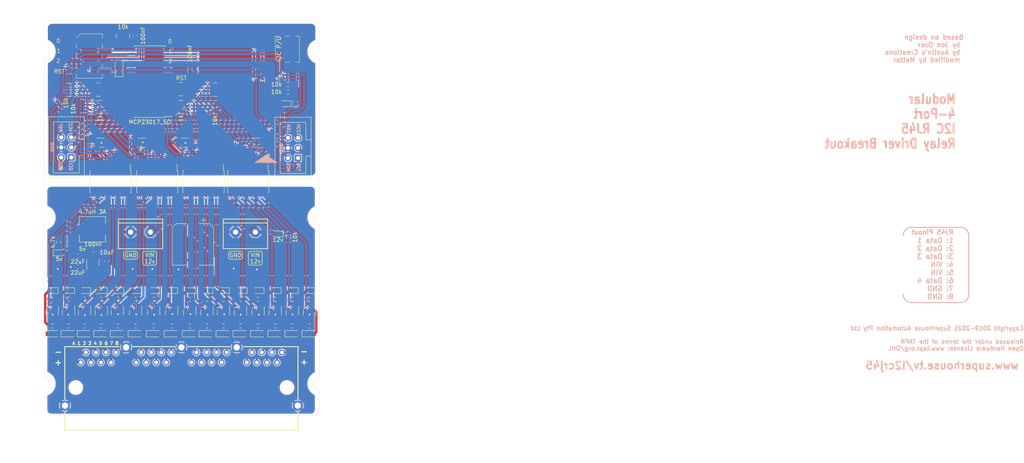
<source format=kicad_pcb>
(kicad_pcb (version 20211014) (generator pcbnew)
  (title_block (title "Modular 4-Port I2CRJ45 Relay Driver Breakout") (rev "2"))
  (layers (0 "F.Cu" signal) (31 "B.Cu" signal) (34 "B.Paste" user) (35 "F.Paste" user) (36 "B.SilkS" user "B.Silkscreen") (37 "F.SilkS" user "F.Silkscreen") (38 "B.Mask" user) (39 "F.Mask" user) (44 "Edge.Cuts" user))
  (net 0 "")
  (net 1 "Net-(C1-Pad1)")
  (net 2 "GNDREF")
  (net 3 "SCL")
  (net 4 "Net-(J1-Pad3)")
  (net 5 "SDA")
  (net 6 "RST")
  (net 7 "RC1-")
  (net 8 "RC2-")
  (net 9 "RC3-")
  (net 10 "RC4-")
  (net 11 "RC5-")
  (net 12 "RC6-")
  (net 13 "RC7-")
  (net 14 "RC8-")
  (net 15 "Net-(RN1-Pad7)")
  (net 16 "Net-(RN1-Pad5)")
  (net 17 "Net-(RN1-Pad6)")
  (net 22 "RC9-")
  (net 23 "RC10-")
  (net 24 "RC12-")
  (net 25 "RC13-")
  (net 26 "RC14-")
  (net 27 "RC15-")
  (net 28 "RC16-")
  (net 29 "Net-(LED51-Pad1)")
  (net 30 "Net-(LED52-Pad1)")
  (net 31 "Net-(LED53-Pad1)")
  (net 32 "Net-(LED54-Pad1)")
  (net 33 "Net-(LED55-Pad1)")
  (net 34 "Net-(LED56-Pad1)")
  (net 35 "Net-(LED57-Pad1)")
  (net 36 "Net-(LED58-Pad1)")
  (net 37 "Net-(D1-Pad1)")
  (net 38 "p2-a")
  (net 39 "p2-b")
  (net 40 "p2-c")
  (net 41 "p2-d")
  (net 42 "p4-a")
  (net 43 "p4-b")
  (net 44 "p4-c")
  (net 45 "p4-d")
  (net 46 "p1-a")
  (net 47 "p1-b")
  (net 48 "p1-c")
  (net 49 "p1-d")
  (net 50 "p3-a")
  (net 51 "p3-b")
  (net 52 "p3-c")
  (net 53 "p3-d")
  (net 54 "Net-(RN11-Pad5)")
  (net 55 "Net-(RN11-Pad6)")
  (net 56 "Net-(RN11-Pad7)")
  (net 57 "Net-(RN11-Pad8)")
  (net 58 "Net-(RN12-Pad5)")
  (net 59 "Net-(RN12-Pad6)")
  (net 60 "Net-(RN12-Pad7)")
  (net 63 "Net-(RN12-Pad8)")
  (net 64 "Net-(RN15-Pad5)")
  (net 65 "Net-(RN15-Pad6)")
  (net 66 "Net-(RN15-Pad7)")
  (net 67 "Net-(RN15-Pad8)")
  (net 69 "Net-(R3-Pad1)")
  (net 70 "Net-(R4-Pad1)")
  (net 71 "Net-(D3-Pad1)")
  (net 72 "Net-(D4-Pad1)")
  (net 73 "Net-(LED59-Pad1)")
  (net 74 "Net-(LED60-Pad1)")
  (net 75 "Net-(LED61-Pad1)")
  (net 76 "Net-(LED62-Pad1)")
  (net 77 "Net-(LED63-Pad1)")
  (net 78 "Net-(LED64-Pad1)")
  (net 79 "Net-(LED65-Pad1)")
  (net 80 "Net-(LED66-Pad1)")
  (net 81 "RC11-")
  (net 82 "VCC")
  (net 83 "RC10+")
  (net 84 "VDD")
  (net 85 "RC1+")
  (net 86 "RC2+")
  (net 87 "RC3+")
  (net 88 "RC4+")
  (net 89 "RC5+")
  (net 90 "RC6+")
  (net 91 "RC7+")
  (net 92 "RC8+")
  (net 93 "RC9+")
  (net 94 "RC11+")
  (net 95 "RC12+")
  (net 96 "RC13+")
  (net 97 "RC14+")
  (net 98 "RC15+")
  (net 99 "RC16+")
  (net 100 "Net-(RN16-Pad5)")
  (net 101 "Net-(RN16-Pad6)")
  (net 102 "Net-(RN16-Pad7)")
  (net 103 "Net-(RN16-Pad8)")
  (net 105 "GNDPWR")
  (net 106 "Net-(C6-Pad1)")
  (net 107 "Net-(C6-Pad2)")
  (net 108 "+5V")
  (net 109 "p1-a5")
  (net 110 "p1-b5")
  (net 111 "p1-c5")
  (net 112 "p1-d5")
  (net 113 "p2-a5")
  (net 114 "p2-b5")
  (net 115 "p2-c5")
  (net 116 "p2-d5")
  (net 117 "p3-a5")
  (net 118 "p3-b5")
  (net 119 "p3-c5")
  (net 120 "p3-d5")
  (net 121 "p4-a5")
  (net 122 "p4-b5")
  (net 123 "p4-c5")
  (net 124 "p4-d5")
  (net 125 "Net-(D2-Pad1)")
  (footprint "Connector_IDC:IDC-Header_2x03_P2.54mm_Vertical" (layer "F.Cu") (at 179.07 54.991 180)
    (fp_text reference "J1" hide)
    (fp_text value "Conn_02x03_Odd_Even" hide)
  )
  (footprint "LED_SMD:LED_0603_1608Metric" (layer "F.Cu") (at 138.049 88.519 180)
    (fp_text reference "LED56" hide)
    (fp_text value "CH6/RED" hide)
  )
  (footprint "Resistor_SMD:R_0603_1608Metric" (layer "F.Cu") (at 151.718 97.4684)
    (fp_text reference "TH59" hide)
    (fp_text value "Fuse_PTC" hide)
  )
  (footprint "Diode_SMD:D_MicroSMP" (layer "F.Cu") (at 142.86215 99.441)
    (fp_text reference "D57" hide)
    (fp_text value "1N4004 SMB" hide)
  )
  (footprint "Diode_SMD:D_MicroSMP" (layer "F.Cu") (at 160.487 99.441)
    (fp_text reference "D61" hide)
    (fp_text value "1N4004 SMB" hide)
  )
  (footprint "Package_SO:SO-16_5.3x10.2mm_P1.27mm" (layer "F.Cu") (at 155.194 60.96 -90)
    (fp_text reference "U5" hide)
    (fp_text value "ELQ3H7(TA)" hide)
  )
  (footprint "LED_SMD:LED_0603_1608Metric" (layer "F.Cu") (at 181.9798 88.519 180)
    (fp_text reference "LED66" hide)
    (fp_text value "CH8/RED" hide)
  )
  (footprint "Package_TO_SOT_SMD:SOT-363_SC-70-6" (layer "F.Cu") (at 129.413 51.1238)
    (fp_text reference "D8" hide)
    (fp_text value "SMF05C.TCT")
  )
  (footprint "Package_SO:SO-16_5.3x10.2mm_P1.27mm" (layer "F.Cu") (at 143.51 60.96 -90)
    (fp_text reference "U4" hide)
    (fp_text value "ELQ3H7(TA)" hide)
  )
  (footprint "Diode_SMD:D_MicroSMP" (layer "F.Cu") (at 169.2193 99.441)
    (fp_text reference "D63" hide)
    (fp_text value "1N4004 SMB" hide)
  )
  (footprint "LED_SMD:LED_0603_1608Metric" (layer "F.Cu") (at 156.0943 88.519 180)
    (fp_text reference "LED60" hide)
    (fp_text value "CH6/RED" hide)
  )
  (footprint "LED_SMD:LED_0603_1608Metric" (layer "F.Cu") (at 173.865 74.19 180)
    (fp_text reference "D3" hide)
    (fp_text value "red/yellow" hide)
  )
  (footprint "Resistor_SMD:R_0603_1608Metric" (layer "F.Cu") (at 147.1385 90.7217)
    (fp_text reference "R58" hide)
    (fp_text value "10K" hide)
  )
  (footprint "Package_TO_SOT_SMD:SOT-23" (layer "F.Cu") (at 129.3585 94.107 -90)
    (fp_text reference "Q54" hide)
    (fp_text value "2N7002" hide)
  )
  (footprint "Package_TO_SOT_SMD:SOT-363_SC-70-6" (layer "F.Cu") (at 168.64935 51.1238)
    (fp_text reference "D7" hide)
    (fp_text value "SMF05C.TCT")
  )
  (footprint "Resistor_SMD:R_0603_1608Metric" (layer "F.Cu") (at 129.3585 97.4684)
    (fp_text reference "TH54" hide)
    (fp_text value "Fuse_PTC" hide)
  )
  (footprint "LED_SMD:LED_0603_1608Metric" (layer "F.Cu") (at 133.5695 88.519 180)
    (fp_text reference "LED55" hide)
    (fp_text value "CH5/RED" hide)
  )
  (footprint "Resistor_SMD:R_0603_1608Metric" (layer "F.Cu") (at 160.2345 97.4684)
    (fp_text reference "TH61" hide)
    (fp_text value "Fuse_PTC" hide)
  )
  (footprint "LED_SMD:LED_0603_1608Metric" (layer "F.Cu") (at 147.1585 88.519 180)
    (fp_text reference "LED58" hide)
    (fp_text value "CH8/RED" hide)
  )
  (footprint "Resistor_SMD:R_0603_1608Metric" (layer "F.Cu") (at 160.242 90.7217)
    (fp_text reference "R61" hide)
    (fp_text value "10K" hide)
  )
  (footprint "Package_TO_SOT_SMD:SOT-23" (layer "F.Cu") (at 125.1675 94.092762 -90)
    (fp_text reference "Q53" hide)
    (fp_text value "2N7002" hide)
  )
  (footprint "Package_TO_SOT_SMD:SOT-23" (layer "F.Cu") (at 168.9668 94.107 -90)
    (fp_text reference "Q63" hide)
    (fp_text value "2N7002" hide)
  )
  (footprint "LED_SMD:LED_0603_1608Metric" (layer "F.Cu") (at 168.9943 88.519 180)
    (fp_text reference "LED63" hide)
    (fp_text value "CH5/RED" hide)
  )
  (footprint "LED_SMD:LED_0603_1608Metric" (layer "F.Cu") (at 177.6535 88.519 180)
    (fp_text reference "LED65" hide)
    (fp_text value "CH7/RED" hide)
  )
  (footprint "Austins creations:2pinblock" (layer "F.Cu") (at 165.777 73.735 180)
    (fp_text reference "J4" hide)
    (fp_text value "Screw_Terminal_01x02" hide)
  )
  (footprint "Connector_IDC:IDC-Header_2x03_P2.54mm_Vertical" (layer "F.Cu") (at 121.793 54.864 180)
    (fp_text reference "J2" hide)
    (fp_text value "Conn_02x03_Odd_Even" hide)
  )
  (footprint "Resistor_SMD:R_Array_Convex_4x0603" (layer "F.Cu") (at 124.587 41.91)
    (fp_text reference "RN9" hide)
    (fp_text value "10k")
  )
  (footprint "Resistor_SMD:R_0603_1608Metric" (layer "F.Cu") (at 176.659 74.99 -90)
    (fp_text reference "R5" hide)
    (fp_text value "10k")
  )
  (footprint "LED_SMD:LED_0603_1608Metric" (layer "F.Cu") (at 118.745 78.994)
    (fp_text reference "D2" hide)
    (fp_text value "red")
  )
  (footprint "Capacitor_SMD:C_0603_1608Metric" (layer "F.Cu") (at 137.922 24.0728 90)
    (fp_text reference "C1" hide)
    (fp_text value "100nf")
  )
  (footprint "Resistor_SMD:R_Array_Convex_4x0603" (layer "F.Cu") (at 134.874 24.13 -90)
    (fp_text reference "RN1" hide)
    (fp_text value "10k")
  )
  (footprint "Diode_SMD:D_MicroSMP" (layer "F.Cu") (at 173.5605 99.441)
    (fp_text reference "D64" hide)
    (fp_text value "1N4004 SMB" hide)
  )
  (footprint "Capacitor_SMD:C_0603_1608Metric" (layer "F.Cu") (at 130.683 81.14 -90)
    (fp_text reference "C9" hide)
    (fp_text value "10uF")
  )
  (footprint "Resistor_SMD:R_0603_1608Metric" (layer "F.Cu") (at 176.52335 36.3963 180)
    (fp_text reference "R4" hide)
    (fp_text value "10k")
  )
  (footprint "Resistor_SMD:R_0603_1608Metric" (layer "F.Cu") (at 156.0743 90.7217)
    (fp_text reference "R60" hide)
    (fp_text value "10K" hide)
  )
  (footprint "LED_SMD:LED_0603_1608Metric" (layer "F.Cu") (at 142.621 88.519 180)
    (fp_text reference "LED57" hide)
    (fp_text value "CH7/RED" hide)
  )
  (footprint "Resistor_SMD:R_Array_Convex_4x0603" (layer "F.Cu") (at 121.15135 37.7888)
    (fp_text reference "RN7" hide)
    (fp_text value "10k" hide)
  )
  (footprint "Package_TO_SOT_SMD:TSOT-23-6" (layer "F.Cu") (at 127.267 81.407 90)
    (fp_text reference "U2" hide)
    (fp_text value "AP63205WU" hide)
  )
  (footprint "Diode_SMD:D_MicroSMP" (layer "F.Cu") (at 125.42 99.441)
    (fp_text reference "D53" hide)
    (fp_text value "1N4004 SMB" hide)
  )
  (footprint "Resistor_SMD:R_0603_1608Metric" (layer "F.Cu") (at 156.0668 97.4684)
    (fp_text reference "TH60" hide)
    (fp_text value "Fuse_PTC" hide)
  )
  (footprint "Capacitor_SMD:C_0603_1608Metric" (layer "F.Cu") (at 123.457 79.756)
    (fp_text reference "C7" hide)
    (fp_text value "22uF")
  )
  (footprint "Capacitor_SMD:C_0603_1608Metric" (layer "F.Cu") (at 123.444 82.55)
    (fp_text reference "C8" hide)
    (fp_text value "22uF")
  )
  (footprint "Resistor_SMD:R_0603_1608Metric" (layer "F.Cu") (at 125.1675 90.7217)
    (fp_text reference "R53" hide)
    (fp_text value "10K" hide)
  )
  (footprint "Package_TO_SOT_SMD:SOT-363_SC-70-6" (layer "F.Cu") (at 150.68135 51.1088)
    (fp_text reference "D6" hide)
    (fp_text value "SMF05C.TCT")
  )
  (footprint "Resistor_SMD:R_0603_1608Metric" (layer "F.Cu") (at 138.0355 97.4684)
    (fp_text reference "TH56" hide)
    (fp_text value "Fuse_PTC" hide)
  )
  (footprint "LED_SMD:LED_0603_1608Metric" (layer "F.Cu") (at 125.222 88.519 180)
    (fp_text reference "LED53" hide)
    (fp_text value "CH3/RED" hide)
  )
  (footprint "Resistor_SMD:R_Array_Convex_4x0603" (layer "F.Cu") (at 128.60835 37.7028)
    (fp_text reference "RN16" hide)
    (fp_text value "1k" hide)
  )
  (footprint "Package_SO:SO-16_5.3x10.2mm_P1.27mm" (layer "F.Cu") (at 131.699 60.96 -90)
    (fp_text reference "U3" hide)
    (fp_text value "ELQ3H7(TA)" hide)
  )
  (footprint "Package_TO_SOT_SMD:SOT-23" (layer "F.Cu") (at 147.1385 94.107 -90)
    (fp_text reference "Q58" hide)
    (fp_text value "2N7002" hide)
  )
  (footprint "Resistor_SMD:R_0603_1608Metric" (layer "F.Cu") (at 116.967 90.7217)
    (fp_text reference "R51" hide)
    (fp_text value "10K" hide)
  )
  (footprint "Resistor_SMD:R_0603_1608Metric" (layer "F.Cu") (at 125.1675 97.4684)
    (fp_text reference "TH53" hide)
    (fp_text value "Fuse_PTC" hide)
  )
  (footprint "LED_SMD:LED_0603_1608Metric" (layer "F.Cu") (at 160.262 88.519 180)
    (fp_text reference "LED61" hide)
    (fp_text value "CH7/RED" hide)
  )
  (footprint "LED_SMD:LED_0603_1608Metric" (layer "F.Cu") (at 173.3355 88.519 180)
    (fp_text reference "LED64" hide)
    (fp_text value "CH6/RED" hide)
  )
  (footprint "Inductor_SMD:L_6.3x6.3_H3" (layer "F.Cu") (at 127.127 73.025 180)
    (fp_text reference "L1" hide)
    (fp_text value "4.7uH 3A")
  )
  (footprint "Resistor_SMD:R_0603_1608Metric" (layer "F.Cu") (at 129.3585 90.7217)
    (fp_text reference "R54" hide)
    (fp_text value "10K" hide)
  )
  (footprint "Resistor_SMD:R_0603_1608Metric" (layer "F.Cu") (at 142.60965 97.4684)
    (fp_text reference "TH57" hide)
    (fp_text value "Fuse_PTC" hide)
  )
  (footprint "Diode_SMD:D_MicroSMP" (layer "F.Cu") (at 133.802 99.441)
    (fp_text reference "D55" hide)
    (fp_text value "1N4004 SMB" hide)
  )
  (footprint "LED_SMD:LED_0603_1608Metric" (layer "F.Cu") (at 121.1235 88.519 180)
    (fp_text reference "LED52" hide)
    (fp_text value "CH2/RED" hide)
  )
  (footprint "Resistor_SMD:R_0603_1608Metric" (layer "F.Cu") (at 177.6335 90.7217)
    (fp_text reference "R65" hide)
    (fp_text value "10K" hide)
  )
  (footprint "Resistor_SMD:R_0603_1608Metric" (layer "F.Cu") (at 181.9523 97.4684)
    (fp_text reference "TH66" hide)
    (fp_text value "Fuse_PTC" hide)
  )
  (footprint "Capacitor_SMD:CP_Elec_10x10" (layer "F.Cu") (at 152.527 76.835 -90)
    (fp_text reference "C5" hide)
    (fp_text value "330uf 50v" hide)
  )
  (footprint "Resistor_SMD:R_Array_Convex_4x0603" (layer "F.Cu") (at 149.479 37.592 180)
    (fp_text reference "RN15" hide)
    (fp_text value "1k" hide)
  )
  (footprint "Resistor_SMD:R_0603_1608Metric" (layer "F.Cu") (at 133.5495 97.4684)
    (fp_text reference "TH55" hide)
    (fp_text value "Fuse_PTC" hide)
  )
  (footprint "Resistor_SMD:R_0603_1608Metric" (layer "F.Cu") (at 147.1385 97.4684)
    (fp_text reference "TH58" hide)
    (fp_text value "Fuse_PTC" hide)
  )
  (footprint "Resistor_SMD:R_0603_1608Metric" (layer "F.Cu") (at 138.0355 90.7217)
    (fp_text reference "R56" hide)
    (fp_text value "10K" hide)
  )
  (footprint "Resistor_SMD:R_0603_1608Metric" (layer "F.Cu") (at 176.52335 38.3013 180)
    (fp_text reference "R3" hide)
    (fp_text value "10k")
  )
  (footprint "LED_SMD:LED_0603_1608Metric" (layer "F.Cu") (at 151.765 88.519 180)
    (fp_text reference "LED59" hide)
    (fp_text value "CH5/RED" hide)
  )
  (footprint "Package_TO_SOT_SMD:SOT-23" (layer "F.Cu") (at 177.626 94.107 -90)
    (fp_text reference "Q65" hide)
    (fp_text value "2N7002" hide)
  )
  (footprint "LED_SMD:LED_0603_1608Metric" (layer "F.Cu") (at 116.987 88.519 180)
    (fp_text reference "LED51" hide)
    (fp_text value "CH1/RED" hide)
  )
  (footprint "LED_SMD:LED_0603_1608Metric" (layer "F.Cu") (at 175.895 41.275 180)
    (fp_text reference "D4" hide)
    (fp_text value "blue" hide)
  )
  (footprint "Resistor_SMD:R_0603_1608Metric" (layer "F.Cu") (at 164.545 97.4684)
    (fp_text reference "TH62" hide)
    (fp_text value "Fuse_PTC" hide)
  )
  (footprint "Resistor_SMD:R_0603_1608Metric" (layer "F.Cu") (at 168.9668 97.4684)
    (fp_text reference "TH63" hide)
    (fp_text value "Fuse_PTC" hide)
  )
  (footprint "Resistor_SMD:R_0603_1608Metric" (layer "F.Cu") (at 173.3155 90.7217)
    (fp_text reference "R64" hide)
    (fp_text value "10K" hide)
  )
  (footprint "Diode_SMD:D_MicroSMP" (layer "F.Cu") (at 147.391 99.441)
    (fp_text reference "D58" hide)
    (fp_text value "1N4004 SMB" hide)
  )
  (footprint "Resistor_SMD:R_0603_1608Metric" (layer "F.Cu") (at 164.5525 90.7217)
    (fp_text reference "R62" hide)
    (fp_text value "10K" hide)
  )
  (footprint "Resistor_SMD:R_Array_Convex_4x0603" (layer "F.Cu") (at 158.115 37.719 180)
    (fp_text reference "RN5" hide)
    (fp_text value "10k" hide)
  )
  (footprint "Diode_SMD:D_MicroSMP" (layer "F.Cu") (at 177.8785 99.441)
    (fp_text reference "D65" hide)
    (fp_text value "1N4004 SMB" hide)
  )
  (footprint "Diode_SMD:D_MicroSMP" (layer "F.Cu") (at 156.1705 99.441)
    (fp_text reference "D60" hide)
    (fp_text value "1N4004 SMB" hide)
  )
  (footprint "Package_TO_SOT_SMD:SOT-23" (layer "F.Cu") (at 142.60965 94.107 -90)
    (fp_text reference "Q57" hide)
    (fp_text value "2N7002" hide)
  )
  (footprint "Diode_SMD:D_MicroSMP" (layer "F.Cu") (at 121.356 99.441)
    (fp_text reference "D52" hide)
    (fp_text value "1N4004 SMB" hide)
  )
  (footprint "Resistor_SMD:R_0603_1608Metric" (layer "F.Cu") (at 181.9598 90.7217)
    (fp_text reference "R66" hide)
    (fp_text value "10K" hide)
  )
  (footprint "Package_TO_SOT_SMD:SOT-23" (layer "F.Cu") (at 160.2345 94.107 -90)
    (fp_text reference "Q61" hide)
    (fp_text value "2N7002" hide)
  )
  (footprint "Package_SO:SOIC-28W_7.5x17.9mm_P1.27mm" (layer "F.Cu") (at 141.605 35.687 180)
    (fp_text reference "U1" hide)
    (fp_text value "MCP23017_SO")
  )
  (footprint "Diode_SMD:D_MicroSMP" (layer "F.Cu") (at 129.611 99.441)
    (fp_text reference "D54" hide)
    (fp_text value "1N4004 SMB" hide)
  )
  (footprint "Resistor_SMD:R_0603_1608Metric" (layer "F.Cu") (at 142.60965 90.7217)
    (fp_text reference "R57" hide)
    (fp_text value "10K" hide)
  )
  (footprint "Resistor_SMD:R_0603_1608Metric" (layer "F.Cu") (at 151.7255 90.7217)
    (fp_text reference "R59" hide)
    (fp_text value "10K" hide)
  )
  (footprint "Package_TO_SOT_SMD:SOT-23" (layer "F.Cu") (at 156.0668 94.107 -90)
    (fp_text reference "Q60" hide)
    (fp_text value "2N7002" hide)
  )
  (footprint "Resistor_SMD:R_Array_Convex_4x0603" (layer "F.Cu") (at 158.115 42.164 180)
    (fp_text reference "RN3" hide)
    (fp_text value "10k")
  )
  (footprint "Resistor_SMD:R_Array_Convex_4x0603" (layer "F.Cu") (at 149.479 42.164 180)
    (fp_text reference "RN11" hide)
    (fp_text value "1k")
  )
  (footprint "Package_TO_SOT_SMD:SOT-23" (layer "F.Cu") (at 121.1035 94.107 -90)
    (fp_text reference "Q52" hide)
    (fp_text value "2N7002" hide)
  )
  (footprint "Package_TO_SOT_SMD:SOT-23" (layer "F.Cu") (at 151.718 94.107 -90)
    (fp_text reference "Q59" hide)
    (fp_text value "2N7002" hide)
  )
  (footprint "Package_TO_SOT_SMD:SOT-23" (layer "F.Cu") (at 138.0355 94.107 -90)
    (fp_text reference "Q56" hide)
    (fp_text value "2N7002" hide)
  )
  (footprint "Resistor_SMD:R_0603_1608Metric" (layer "F.Cu") (at 133.5495 90.7217)
    (fp_text reference "R55" hide)
    (fp_text value "10K" hide)
  )
  (footprint "Resistor_SMD:R_0603_1608Metric" (layer "F.Cu") (at 116.967 97.4684)
    (fp_text reference "TH51" hide)
    (fp_text value "Fuse_PTC" hide)
  )
  (footprint "Austins creations:2pinblock" (layer "F.Cu") (at 139.277 73.735 180)
    (fp_text reference "J3" hide)
    (fp_text value "Screw_Terminal_01x02" hide)
  )
  (footprint "Resistor_SMD:R_0603_1608Metric" (layer "F.Cu") (at 121.1035 90.7217)
    (fp_text reference "R52" hide)
    (fp_text value "10K" hide)
  )
  (footprint "Austins creations:2P_DIP" (layer "F.Cu") (at 176.403 27.5063 90)
    (fp_text reference "SW5" hide)
    (fp_text value "2P_DIP" hide)
  )
  (footprint "Package_SO:SO-16_5.3x10.2mm_P1.27mm" (layer "F.Cu") (at 166.497 60.96 -90)
    (fp_text reference "U6" hide)
    (fp_text value "ELQ3H7(TA)" hide)
  )
  (footprint "Resistor_SMD:R_Array_Convex_4x0603" (layer "F.Cu") (at 129.032 42.164)
    (fp_text reference "RN12" hide)
    (fp_text value "1k")
  )
  (footprint "Package_TO_SOT_SMD:SOT-23" (layer "F.Cu") (at 164.545 94.107 -90)
    (fp_text reference "Q62" hide)
    (fp_text value "2N7002" hide)
  )
  (footprint "Austins creations:4P_DIP" (layer "F.Cu") (at 126.365 29.21)
    (fp_text reference "SW1" hide)
    (fp_text value "SW_DIP_x04" hide)
  )
  (footprint "Diode_SMD:D_MicroSMP" (layer "F.Cu") (at 151.9705 99.441)
    (fp_text reference "D59" hide)
    (fp_text value "1N4004 SMB" hide)
  )
  (footprint "Diode_SMD:D_MicroSMP" (layer "F.Cu") (at 138.288 99.441)
    (fp_text reference "D56" hide)
    (fp_text value "1N4004 SMB" hide)
  )
  (footprint "Capacitor_SMD:C_0603_1608Metric" (layer "F.Cu") (at 127.394 78.232 180)
    (fp_text reference "C6" hide)
    (fp_text value "100nF")
  )
  (footprint "Package_TO_SOT_SMD:SOT-23" (layer "F.Cu") (at 133.4225 94.107 -90)
    (fp_text reference "Q55" hide)
    (fp_text value "2N7002" hide)
  )
  (footprint "Resistor_SMD:R_0603_1608Metric" (layer "F.Cu") (at 178.435 40.767 90)
    (fp_text reference "R6" hide)
    (fp_text value "1k" hide)
  )
  (footprint "Resistor_SMD:R_0603_1608Metric" (layer "F.Cu") (at 168.9743 90.7217)
    (fp_text reference "R63" hide)
    (fp_text value "10K" hide)
  )
  (footprint "LED_SMD:LED_0603_1608Metric" (layer "F.Cu") (at 164.719 88.519 180)
    (fp_text reference "LED62" hide)
    (fp_text value "CH8/RED" hide)
  )
  (footprint "Package_TO_SOT_SMD:SOT-23" (layer "F.Cu") (at 116.967 94.107 -90)
    (fp_text reference "Q51" hide)
    (fp_text value "2N7002" hide)
  )
  (footprint "Diode_SMD:D_SOD-123F" (layer "F.Cu") (at 133.858 32.258 90)
    (fp_text reference "D1" hide)
    (fp_text value "SM4007" hide)
  )
  (footprint "Vizista:CONN-TH_DS1129-02-S80BP" (layer "F.Cu") (at 149.606 110.2475)
    (fp_text reference "RJ45-1" hide)
    (fp_text value "R-RJ45R04P-4000" hide)
  )
  (footprint "Capacitor_SMD:C_0603_1608Metric" (layer "F.Cu") (at 151.765 32.639 -90)
    (fp_text reference "C3" hide)
    (fp_text value "100nf")
  )
  (footprint "LED_SMD:LED_0603_1608Metric" (layer "F.Cu") (at 129.3785 88.519 180)
    (fp_text reference "LED54" hide)
    (fp_text value "CH4/RED" hide)
  )
  (footprint "Resistor_SMD:R_0603_1608Metric" (layer "F.Cu") (at 118.618 76.264 -90)
    (fp_text reference "R1" hide)
    (fp_text value "4.7k")
  )
  (footprint "Resistor_SMD:R_0603_1608Metric" (layer "F.Cu") (at 177.626 97.4684)
    (fp_text reference "TH65" hide)
    (fp_text value "Fuse_PTC" hide)
  )
  (footprint "Package_TO_SOT_SMD:SOT-23" (layer "F.Cu") (at 181.9523 94.107 -90)
    (fp_text reference "Q66" hide)
    (fp_text value "2N7002" hide)
  )
  (footprint "Diode_SMD:D_MicroSMP" (layer "F.Cu") (at 117.2195 99.441)
    (fp_text reference "D51" hide)
    (fp_text value "1N4004 SMB" hide)
  )
  (footprint "Resistor_SMD:R_0603_1608Metric" (layer "F.Cu") (at 121.1035 97.4684)
    (fp_text reference "TH52" hide)
    (fp_text value "Fuse_PTC" hide)
  )
  (footprint "Resistor_SMD:R_0603_1608Metric" (layer "F.Cu") (at 173.308 97.4684)
    (fp_text reference "TH64" hide)
    (fp_text value "Fuse_PTC" hide)
  )
  (footprint "Diode_SMD:D_MicroSMP" (layer "F.Cu") (at 182.2048 99.441)
    (fp_text reference "D66" hide)
    (fp_text value "1N4004 SMB" hide)
  )
  (footprint "Diode_SMD:D_MicroSMP" (layer "F.Cu") (at 164.7975 99.441)
    (fp_text reference "D62" hide)
    (fp_text value "1N4004 SMB" hide)
  )
  (footprint "Package_TO_SOT_SMD:SOT-363_SC-70-6" (layer "F.Cu") (at 139.82035 51.1238)
    (fp_text reference "D5" hide)
    (fp_text value "SMF05C.TCT")
  )
  (footprint "Package_TO_SOT_SMD:SOT-23" (layer "F.Cu") (at 173.308 94.107 -90)
    (fp_text reference "Q64" hide)
    (fp_text value "2N7002" hide)
  )
  (gr_line (start 348.456014 74.534986) (end 348.456014 89.534986) (layer "B.SilkS") (width 0.254))
  (gr_arc (start 348.456014 89.534986) (mid 347.870233 90.949214) (end 346.456014 91.534986) (layer "B.SilkS") (width 0.254))
  (gr_arc (start 333.956014 91.534986) (mid 332.541796 90.949204) (end 331.956014 89.534986) (layer "B.SilkS") (width 0.254))
  (gr_line (start 173.688351 56.1308) (end 170.894351 54.3528) (layer "B.SilkS") (width 0.254))
  (gr_line (start 173.180351 55.8768) (end 172.926351 55.8768) (layer "B.SilkS") (width 0.254))
  (gr_line (start 169.116351 55.8768) (end 170.894351 54.6068) (layer "B.SilkS") (width 0.254))
  (gr_arc (start 346.456014 72.534986) (mid 347.870223 73.120777) (end 348.456014 74.534986) (layer "B.SilkS") (width 0.254))
  (gr_line (start 168.354351 56.1308) (end 173.688351 56.1308) (layer "B.SilkS") (width 0.254))
  (gr_line (start 170.132351 55.3688) (end 171.402351 55.3688) (layer "B.SilkS") (width 0.4064))
  (gr_line (start 170.894351 54.3528) (end 168.354351 56.1308) (layer "B.SilkS") (width 0.254))
  (gr_line (start 171.402351 55.3688) (end 170.894351 55.1148) (layer "B.SilkS") (width 0.4064))
  (gr_arc (start 331.956014 74.534986) (mid 332.541806 73.120786) (end 333.956014 72.534986) (layer "B.SilkS") (width 0.254))
  (gr_line (start 346.451014 91.559986) (end 333.951014 91.559986) (layer "B.SilkS") (width 0.254))
  (gr_line (start 172.418351 55.6228) (end 170.894351 54.8608) (layer "B.SilkS") (width 0.4064))
  (gr_line (start 170.894351 54.6068) (end 172.926351 55.8768) (layer "B.SilkS") (width 0.254))
  (gr_line (start 172.926351 55.8768) (end 169.116351 55.8768) (layer "B.SilkS") (width 0.254))
  (gr_line (start 170.894351 54.8608) (end 170.132351 55.3688) (layer "B.SilkS") (width 0.4064))
  (gr_line (start 333.956014 72.534986) (end 346.456014 72.534986) (layer "B.SilkS") (width 0.254))
  (gr_line (start 169.624351 55.6228) (end 172.418351 55.6228) (layer "B.SilkS") (width 0.4064))
  (gr_arc (start 135.527 80.585) (mid 135.173447 80.438553) (end 135.027 80.085) (layer "F.SilkS") (width 0.15))
  (gr_arc (start 170.027 81.585) (mid 169.880553 81.938553) (end 169.527 82.085) (layer "F.SilkS") (width 0.15))
  (gr_arc (start 143.342 81.585) (mid 143.195553 81.938553) (end 142.842 82.085) (layer "F.SilkS") (width 0.15))
  (gr_line (start 167.027 78.585) (end 169.527 78.585) (layer "F.SilkS") (width 0.15))
  (gr_line (start 165.027 79.085) (end 165.027 80.085) (layer "F.SilkS") (width 0.15))
  (gr_line (start 139.842 81.585) (end 139.842 79.085) (layer "F.SilkS") (width 0.15))
  (gr_arc (start 138.027 78.585) (mid 138.380553 78.731447) (end 138.527 79.085) (layer "F.SilkS") (width 0.15))
  (gr_line (start 143.342 79.085) (end 143.342 81.585) (layer "F.SilkS") (width 0.15))
  (gr_arc (start 138.527 80.085) (mid 138.380553 80.438553) (end 138.027 80.585) (layer "F.SilkS") (width 0.15))
  (gr_arc (start 166.527 79.085) (mid 166.673447 78.731447) (end 167.027 78.585) (layer "F.SilkS") (width 0.15))
  (gr_arc (start 164.527 78.585) (mid 164.880553 78.731447) (end 165.027 79.085) (layer "F.SilkS") (width 0.15))
  (gr_arc (start 167.027 82.085) (mid 166.673447 81.938553) (end 166.527 81.585) (layer "F.SilkS") (width 0.15))
  (gr_arc (start 165.027 80.085) (mid 164.880553 80.438553) (end 164.527 80.585) (layer "F.SilkS") (width 0.15))
  (gr_line (start 169.527 82.085) (end 167.027 82.085) (layer "F.SilkS") (width 0.15))
  (gr_line (start 138.027 80.585) (end 135.527 80.585) (layer "F.SilkS") (width 0.15))
  (gr_line (start 164.527 80.585) (end 162.027 80.585) (layer "F.SilkS") (width 0.15))
  (gr_line (start 140.342 78.585) (end 142.842 78.585) (layer "F.SilkS") (width 0.15))
  (gr_line (start 138.527 79.085) (end 138.527 80.085) (layer "F.SilkS") (width 0.15))
  (gr_arc (start 169.527 78.585) (mid 169.880553 78.731447) (end 170.027 79.085) (layer "F.SilkS") (width 0.15))
  (gr_arc (start 140.342 82.085) (mid 139.988447 81.938553) (end 139.842 81.585) (layer "F.SilkS") (width 0.15))
  (gr_arc (start 135.027 79.085) (mid 135.173447 78.731447) (end 135.527 78.585) (layer "F.SilkS") (width 0.15))
  (gr_arc (start 162.027 80.585) (mid 161.673447 80.438553) (end 161.527 80.085) (layer "F.SilkS") (width 0.15))
  (gr_line (start 161.527 79.085) (end 161.527 80.085) (layer "F.SilkS") (width 0.15))
  (gr_line (start 170.027 79.085) (end 170.027 81.585) (layer "F.SilkS") (width 0.15))
  (gr_line (start 166.527 81.585) (end 166.527 79.085) (layer "F.SilkS") (width 0.15))
  (gr_line (start 164.527 78.585) (end 162.027 78.585) (layer "F.SilkS") (width 0.15))
  (gr_line (start 138.027 78.585) (end 135.527 78.585) (layer "F.SilkS") (width 0.15))
  (gr_line (start 135.027 79.085) (end 135.027 80.085) (layer "F.SilkS") (width 0.15))
  (gr_arc (start 139.842 79.085) (mid 139.988447 78.731447) (end 140.342 78.585) (layer "F.SilkS") (width 0.15))
  (gr_line (start 142.842 82.085) (end 140.342 82.085) (layer "F.SilkS") (width 0.15))
  (gr_arc (start 161.527 79.085) (mid 161.673447 78.731447) (end 162.027 78.585) (layer "F.SilkS") (width 0.15))
  (gr_arc (start 142.842 78.585) (mid 143.195553 78.731447) (end 143.342 79.085) (layer "F.SilkS") (width 0.15))
  (gr_line (start 184.396 71.682) (end 184.396 110.482) (layer "Edge.Cuts") (width 0.05))
  (gr_line (start 184.396 113.682) (end 184.396 118.082) (layer "Edge.Cuts") (width 0.05))
  (gr_line (start 182.396 120.082) (end 116.896 120.082) (layer "Edge.Cuts") (width 0.05))
  (gr_arc (start 114.896 22.082) (mid 115.481786 20.667786) (end 116.896 20.082) (layer "Edge.Cuts") (width 0.05))
  (gr_arc (start 184.396 118.082) (mid 183.810214 119.496214) (end 182.396 120.082) (layer "Edge.Cuts") (width 0.05))
  (gr_line (start 116.896 20.082) (end 182.396 20.082) (layer "Edge.Cuts") (width 0.05))
  (gr_arc (start 114.896 26.482) (mid 116.307839 28.082) (end 114.896 29.682) (layer "Edge.Cuts") (width 0.05))
  (gr_arc (start 184.396 29.682) (mid 182.984161 28.082) (end 184.396 26.482) (layer "Edge.Cuts") (width 0.05))
  (gr_arc (start 184.396 71.682) (mid 182.984161 70.082) (end 184.396 68.482) (layer "Edge.Cuts") (width 0.05))
  (gr_line (start 184.396 22.082) (end 184.396 26.482) (layer "Edge.Cuts") (width 0.05))
  (gr_line (start 114.896 118.082) (end 114.896 113.682) (layer "Edge.Cuts") (width 0.05))
  (gr_arc (start 114.896 110.482) (mid 116.307839 112.082) (end 114.896 113.682) (layer "Edge.Cuts") (width 0.05))
  (gr_line (start 114.896 22.082) (end 114.896 26.482) (layer "Edge.Cuts") (width 0.05))
  (gr_line (start 114.896 29.682) (end 114.896 68.482) (layer "Edge.Cuts") (width 0.05))
  (gr_arc (start 184.396 113.682) (mid 182.984161 112.082) (end 184.396 110.482) (layer "Edge.Cuts") (width 0.05))
  (gr_line (start 184.396 68.482) (end 184.396 29.682) (layer "Edge.Cuts") (width 0.05))
  (gr_arc (start 114.896 68.482) (mid 116.307839 70.082) (end 114.896 71.682) (layer "Edge.Cuts") (width 0.05))
  (gr_arc (start 182.396 20.082) (mid 183.810214 20.667786) (end 184.396 22.082) (layer "Edge.Cuts") (width 0.05))
  (gr_arc (start 116.896 120.082) (mid 115.481786 119.496214) (end 114.896 118.082) (layer "Edge.Cuts") (width 0.05))
  (gr_line (start 114.896 71.682) (end 114.896 110.482) (layer "Edge.Cuts") (width 0.05))
  (gr_text "www.superhouse.tv/i2crj45" (at 341.757 108.585) (layer "B.SilkS") (effects (font (size 1.909 1.909) (thickness 0.391)) (justify bottom mirror)))
  (gr_text "Modular\n4-Port\nI2C RJ45\nRelay Driver Breakout" (at 345.44 52.705) (layer "B.SilkS") (effects (font (size 2.324 2) (thickness 0.476)) (justify left bottom mirror)))
  (gr_text "VCC" (at 121.567 47.197 270) (layer "B.SilkS") (effects (font (size 0.8 0.8) (thickness 0.2)) (justify mirror)))
  (gr_text "RST" (at 119.067 47.397 270) (layer "B.SilkS") (effects (font (size 0.8 0.8) (thickness 0.2)) (justify mirror)))
  (gr_text "RST" (at 176.779 47.551 90) (layer "B.SilkS") (effects (font (size 0.8 0.8) (thickness 0.2)) (justify mirror)))
  (gr_text "1: Data 1\n2: Data 2\n3: Data 3\n4: VIN\n5: VIN\n6: Data 4\n7: GND\n8: GND" (at 344.773014 90.797986) (layer "B.SilkS") (effects (font (size 1.26 1.26) (thickness 0.24)) (justify left bottom mirror)))
  (gr_text "GND" (at 116.967 52.197 270) (layer "B.SilkS") (effects (font (size 0.8 0.8) (thickness 0.2)) (justify mirror)))
  (gr_text "SDA" (at 118.967 57.097 -90) (layer "B.SilkS") (effects (font (size 0.8 0.8) (thickness 0.2)) (justify mirror)))
  (gr_text "RJ45 Pinout" (at 344.773014 74.414986) (layer "B.SilkS") (effects (font (size 1.148 1.148) (thickness 0.252)) (justify left bottom mirror)))
  (gr_text "Copyright 2019-2021 SuperHouse Automation Pty Ltd\n\nReleased under the terms of the TAPR\nOpen Hardware License: www.tapr.org/OHL" (at 362.458 103.759) (layer "B.SilkS") (effects (font (size 1.0541 1.0541) (thickness 0.2159)) (justify left bottom mirror)))
  (gr_text "Based on design \n by Jon Oxer\n by Austin's Creations\n modified by Mattar\n" (at 347.345 30.861) (layer "B.SilkS") (effects (font (size 1.180592 1.180592) (thickness 0.241808)) (justify left bottom mirror)))
  (gr_text "SCL" (at 121.667 57.097 270) (layer "B.SilkS") (effects (font (size 0.8 0.8) (thickness 0.2)) (justify mirror)))
  (gr_text "SCL" (at 179.279 57.351 90) (layer "B.SilkS") (effects (font (size 0.8 0.8) (thickness 0.2)) (justify mirror)))
  (gr_text "SDA" (at 176.679 57.351 90) (layer "B.SilkS") (effects (font (size 0.8 0.8) (thickness 0.2)) (justify mirror)))
  (gr_text "GND" (at 174.879 52.451 90) (layer "B.SilkS") (effects (font (size 0.8 0.8) (thickness 0.2)) (justify mirror)))
  (gr_text "VCC" (at 179.279 47.551 90) (layer "B.SilkS") (effects (font (size 0.8 0.8) (thickness 0.2)) (justify mirror)))
  (gr_text "A 1 2 3 4 5 6 7 8" (at 127.889 101.854) (layer "F.SilkS") (effects (font (size 0.8 0.8) (thickness 0.2))))
  (gr_text "RST" (at 118.745 33.147) (layer "F.SilkS") (effects (font (size 1 1) (thickness 0.125))))
  (gr_text "2" (at 146.80835 30.5028) (layer "F.SilkS") (effects (font (size 1 1) (thickness 0.125))))
  (gr_text "1" (at 118.618 27.9028) (layer "F.SilkS") (effects (font (size 1 1) (thickness 0.125))))
  (gr_text "-" (at 180.594 103.886) (layer "F.SilkS") (effects (font (size 1.5 1.5) (thickness 0.3))))
  (gr_text "GND" (at 163.277 79.585) (layer "F.SilkS") (effects (font (size 1 1))))
  (gr_text "10k" (at 120.396 41.0908 90) (layer "F.SilkS") (effects (font (size 1 1))))
  (gr_text "I2C P/U" (at 174.23735 27.3793 90) (layer "F.SilkS") (effects (font (size 1 1))))
  (gr_text "VIN\n12v" (at 168.277 80.335) (layer "F.SilkS") (effects (font (size 1 1))))
  (gr_text "+" (at 180.594 106.553) (layer "F.SilkS") (effects (font (size 1.5 1.5) (thickness 0.3))))
  (gr_text "VIN\n12v" (at 141.592 80.335) (layer "F.SilkS") (effects (font (size 1 1))))
  (gr_text "0" (at 146.70835 25.5028) (layer "F.SilkS") (effects (font (size 1 1) (thickness 0.125))))
  (gr_text "2" (at 118.491 30.4028) (layer "F.SilkS") (effects (font (size 1 1) (thickness 0.125))))
  (gr_text "1" (at 146.80835 28.0028) (layer "F.SilkS") (effects (font (size 1 1) (thickness 0.125))))
  (gr_text "GND" (at 136.777 79.585) (layer "F.SilkS") (effects (font (size 1 1))))
  (gr_text "RST" (at 149.606 34.798) (layer "F.SilkS") (effects (font (size 1 1) (thickness 0.125))))
  (gr_text "+" (at 118.491 106.68) (layer "F.SilkS") (effects (font (size 1.5 1.5) (thickness 0.3))))
  (gr_text "-" (at 118.491 104.013) (layer "F.SilkS") (effects (font (size 1.5 1.5) (thickness 0.3))))
  (gr_text "0" (at 118.491 25.4028) (layer "F.SilkS") (effects (font (size 1 1) (thickness 0.125))))
  (segment (start 136.074 25.03) (end 136.1438 25.0998) (width 0.4064) (layer "F.Cu") (net 1))
  (segment (start 139.827 26.416) (end 139.827 31.242) (width 0.4064) (layer "F.Cu") (net 1))
  (segment (start 137.922 24.8478) (end 137.7508 25.019) (width 0.4064) (layer "F.Cu") (net 1))
  (segment (start 134.242 31.242) (end 133.858 30.858) (width 0.4064) (layer "F.Cu") (net 1))
  (segment (start 136.955 31.242) (end 134.242 31.242) (width 0.4064) (layer "F.Cu") (net 1))
  (segment (start 136.1438 25.0998) (end 138.5108 25.0998) (width 0.4064) (layer "F.Cu") (net 1))
  (segment (start 137.7508 25.019) (end 136.085 25.019) (width 0.4064) (layer "F.Cu") (net 1))
  (segment (start 139.827 31.242) (end 136.955 31.242) (width 0.4064) (layer "F.Cu") (net 1))
  (segment (start 138.5108 25.0998) (end 139.827 26.416) (width 0.4064) (layer "F.Cu") (net 1))
  (segment (start 136.085 25.019) (end 136.074 25.03) (width 0.4064) (layer "F.Cu") (net 1))
  (via (at 129.413 51.181) (size 0.8) (drill 0.4) (layers "F.Cu" "B.Cu") (net 2))
  (via (at 150.622 51.181) (size 0.8) (drill 0.4) (layers "F.Cu" "B.Cu") (net 2))
  (via (at 139.827 51.054) (size 0.8) (drill 0.4) (layers "F.Cu" "B.Cu") (net 2))
  (segment (start 173.99 35.13295) (end 174.36435 35.5073) (width 0.25) (layer "F.Cu") (net 3))
  (segment (start 174.36435 36.9673) (end 175.69835 38.3013) (width 0.25) (layer "F.Cu") (net 3))
  (segment (start 174.36435 35.5073) (end 174.36435 36.9673) (width 0.25) (layer "F.Cu") (net 3))
  (segment (start 146.2708 29.9878) (end 146.255 29.972) (width 0.6096) (layer "F.Cu") (net 3))
  (segment (start 153.797 29.9528) (end 153.762 29.9878) (width 0.6096) (layer "F.Cu") (net 3))
  (segment (start 173.99 34.798) (end 173.99 35.13295) (width 0.25) (layer "F.Cu") (net 3))
  (segment (start 153.762 29.9878) (end 146.2708 29.9878) (width 0.6096) (layer "F.Cu") (net 3))
  (via (at 153.797 29.9528) (size 0.8) (drill 0.4) (layers "F.Cu" "B.Cu") (net 3))
  (via (at 173.99 34.798) (size 0.7564) (drill 0.35) (layers "F.Cu" "B.Cu") (net 3))
  (segment (start 177.279894 42.430106) (end 174.23735 45.47265) (width 0.6096) (layer "B.Cu") (net 3))
  (segment (start 153.797 29.9528) (end 124.892618 29.9528) (width 0.6096) (layer "B.Cu") (net 3))
  (segment (start 121.27835 40.13865) (end 117.50835 43.90865) (width 0.6096) (layer "B.Cu") (net 3))
  (segment (start 118.310823 56.4728) (end 120.1842 56.4728) (width 0.6096) (layer "B.Cu") (net 3))
  (segment (start 174.0643 34.8723) (end 179.57135 34.8723) (width 0.6096) (layer "B.Cu") (net 3))
  (segment (start 179.57135 41.867106) (end 179.00835 42.430106) (width 0.6096) (layer "B.Cu") (net 3))
  (segment (start 173.863 34.671) (end 173.99 34.798) (width 0.6096) (layer "B.Cu") (net 3))
  (segment (start 121.27835 33.567068) (end 121.27835 40.13865) (width 0.6096) (layer "B.Cu") (net 3))
  (segment (start 179.57135 34.8723) (end 179.57135 41.867106) (width 0.6096) (layer "B.Cu") (net 3))
  (segment (start 173.99 34.798) (end 174.0643 34.8723) (width 0.6096) (layer "B.Cu") (net 3))
  (segment (start 177.546 57.658) (end 179.07 56.134) (width 0.6096) (layer "B.Cu") (net 3))
  (segment (start 173.863 30.861) (end 173.863 34.671) (width 0.6096) (layer "B.Cu") (net 3))
  (segment (start 179.00835 42.430106) (end 177.279894 42.430106) (width 0.6096) (layer "B.Cu") (net 3))
  (segment (start 179.07 56.134) (end 179.07 54.991) (width 0.6096) (layer "B.Cu") (net 3))
  (segment (start 120.1842 56.4728) (end 121.793 54.864) (width 0.6096) (layer "B.Cu") (net 3))
  (segment (start 117.50835 43.90865) (end 117.50835 55.670327) (width 0.6096) (layer "B.Cu") (net 3))
  (segment (start 172.9548 29.9528) (end 173.863 30.861) (width 0.6096) (layer "B.Cu") (net 3))
  (segment (start 117.50835 55.670327) (end 118.310823 56.4728) (width 0.6096) (layer "B.Cu") (net 3))
  (segment (start 153.797 29.9528) (end 172.9548 29.9528) (width 0.6096) (layer "B.Cu") (net 3))
  (segment (start 124.892618 29.9528) (end 121.27835 33.567068) (width 0.6096) (layer "B.Cu") (net 3))
  (segment (start 174.23735 45.47265) (end 174.23735 57.658) (width 0.6096) (layer "B.Cu") (net 3))
  (segment (start 174.23735 57.658) (end 177.546 57.658) (width 0.6096) (layer "B.Cu") (net 3))
  (segment (start 180.4248 53.8058) (end 180.4248 55.903648) (width 0.6096) (layer "F.Cu") (net 4))
  (segment (start 175.968823 56.3458) (end 175.1752 55.552177) (width 0.6096) (layer "F.Cu") (net 4))
  (segment (start 126.111 48.006) (end 121.793 52.324) (width 0.6096) (layer "F.Cu") (net 4))
  (segment (start 180.4248 55.903648) (end 179.982648 56.3458) (width 0.6096) (layer "F.Cu") (net 4))
  (segment (start 179.07 52.451) (end 180.4248 53.8058) (width 0.6096) (layer "F.Cu") (net 4))
  (segment (start 179.982648 56.3458) (end 175.968823 56.3458) (width 0.6096) (layer "F.Cu") (net 4))
  (segment (start 175.1752 52.8742) (end 170.307 48.006) (width 0.6096) (layer "F.Cu") (net 4))
  (segment (start 170.307 48.006) (end 126.111 48.006) (width 0.6096) (layer "F.Cu") (net 4))
  (segment (start 175.1752 55.552177) (end 175.1752 52.8742) (width 0.6096) (layer "F.Cu") (net 4))
  (segment (start 153.8078 28.7128) (end 153.8028 28.7178) (width 0.6096) (layer "F.Cu") (net 5))
  (segment (start 174.879 33.9833) (end 175.69835 34.80265) (width 0.25) (layer "F.Cu") (net 5))
  (segment (start 119.126 57.531) (end 119.126 54.991) (width 0.6096) (layer "F.Cu") (net 5))
  (segment (start 119.126 54.991) (end 119.253 54.864) (width 0.6096) (layer "F.Cu") (net 5))
  (segment (start 153.8028 28.7178) (end 146.2708 28.7178) (width 0.6096) (layer "F.Cu") (net 5))
  (segment (start 175.69835 34.80265) (end 175.69835 36.3963) (width 0.25) (layer "F.Cu") (net 5))
  (segment (start 146.2708 28.7178) (end 146.255 28.702) (width 0.6096) (layer "F.Cu") (net 5))
  (via (at 153.8078 28.7128) (size 0.8) (drill 0.4) (layers "F.Cu" "B.Cu") (net 5))
  (via (at 119.126 57.531) (size 0.7564) (drill 0.35) (layers "F.Cu" "B.Cu") (net 5))
  (via (at 174.879 33.9833) (size 0.7564) (drill 0.35) (layers "F.Cu" "B.Cu") (net 5))
  (segment (start 118.224075 57.531) (end 119.126 57.531) (width 0.6096) (layer "B.Cu") (net 5))
  (segment (start 175.12635 53.58735) (end 176.53 54.991) (width 0.6096) (layer "B.Cu") (net 5))
  (segment (start 174.203297 28.7128) (end 174.752 29.261503) (width 0.6096) (layer "B.Cu") (net 5))
  (segment (start 177.867294 43.239706) (end 175.12635 45.98065) (width 0.6096) (layer "B.Cu") (net 5))
  (segment (start 179.343018 43.239706) (end 177.867294 43.239706) (width 0.6096) (layer "B.Cu") (net 5))
  (segment (start 180.594 41.988724) (end 179.343018 43.239706) (width 0.6096) (layer "B.Cu") (net 5))
  (segment (start 174.879 33.9833) (end 180.594 33.9833) (width 0.6096) (layer "B.Cu") (net 5))
  (segment (start 120.46923 39.55077) (end 116.69923 43.32077) (width 0.6096) (layer "B.Cu") (net 5))
  (segment (start 174.752 33.8563) (end 174.879 33.9833) (width 0.6096) (layer "B.Cu") (net 5))
  (segment (start 175.12635 45.98065) (end 175.12635 53.58735) (width 0.6096) (layer "B.Cu") (net 5))
  (segment (start 120.46923 33.23192) (end 120.46923 39.55077) (width 0.6096) (layer "B.Cu") (net 5))
  (segment (start 116.69923 56.006155) (end 118.224075 57.531) (width 0.6096) (layer "B.Cu") (net 5))
  (segment (start 153.8078 28.7128) (end 174.203297 28.7128) (width 0.6096) (layer "B.Cu") (net 5))
  (segment (start 153.8078 28.7128) (end 153.7578 28.7628) (width 0.6096) (layer "B.Cu") (net 5))
  (segment (start 180.594 33.9833) (end 180.594 41.988724) (width 0.6096) (layer "B.Cu") (net 5))
  (segment (start 116.69923 43.32077) (end 116.69923 56.006155) (width 0.6096) (layer "B.Cu") (net 5))
  (segment (start 174.752 29.261503) (end 174.752 33.8563) (width 0.6096) (layer "B.Cu") (net 5))
  (segment (start 124.93835 28.7628) (end 120.46923 33.23192) (width 0.6096) (layer "B.Cu") (net 5))
  (segment (start 153.7578 28.7628) (end 124.93835 28.7628) (width 0.6096) (layer "B.Cu") (net 5))
  (segment (start 171.95135 47.63165) (end 174.2307 49.911) (width 0.6096) (layer "F.Cu") (net 6))
  (segment (start 119.01836 41.42136) (end 119.01836 49.54936) (width 0.6096) (layer "F.Cu") (net 6))
  (segment (start 119.01836 49.54936) (end 119.253 49.784) (width 0.6096) (layer "F.Cu") (net 6))
  (segment (start 174.2307 49.911) (end 176.53 49.911) (width 0.6096) (layer "F.Cu") (net 6))
  (segment (start 120.49835 31.9328) (end 121.58555 33.02) (width 0.8128) (layer "F.Cu") (net 6))
  (segment (start 167.965071 34.9948) (end 167.965071 27.886221) (width 0.6096) (layer "F.Cu") (net 6))
  (segment (start 117.856 40.259) (end 119.01836 41.42136) (width 0.6096) (layer "F.Cu") (net 6))
  (segment (start 121.58555 33.02) (end 122.415 33.02) (width 0.8128) (layer "F.Cu") (net 6))
  (segment (start 167.965071 27.886221) (end 167.88735 27.8085) (width 0.6096) (layer "F.Cu") (net 6))
  (via (at 171.95135 47.63165) (size 0.8) (drill 0.4) (layers "F.Cu" "B.Cu") (net 6))
  (via (at 117.856 40.259) (size 0.8) (drill 0.4) (layers "F.Cu" "B.Cu") (net 6))
  (via (at 167.965071 34.9948) (size 0.8) (drill 0.4) (layers "F.Cu" "B.Cu") (net 6))
  (via (at 167.88735 27.8085) (size 0.8) (drill 0.4) (layers "F.Cu" "B.Cu") (net 6))
  (via (at 120.49835 31.9328) (size 0.7564) (drill 0.35) (layers "F.Cu" "B.Cu") (net 6))
  (segment (start 119.66011 38.45489) (end 119.66011 32.86689) (width 0.6096) (layer "B.Cu") (net 6))
  (segment (start 171.95135 47.1868) (end 168.52235 43.7578) (width 0.6096) (layer "B.Cu") (net 6))
  (segment (start 171.95135 47.63165) (end 171.95135 47.1868) (width 0.6096) (layer "B.Cu") (net 6))
  (segment (start 167.88735 27.8085) (end 124.62265 27.8085) (width 0.6096) (layer "B.Cu") (net 6))
  (segment (start 119.66011 32.86689) (end 120.49835 32.02865) (width 0.6096) (layer "B.Cu") (net 6))
  (segment (start 124.62265 27.8085) (end 120.49835 31.9328) (width 0.6096) (layer "B.Cu") (net 6))
  (segment (start 168.52235 35.552079) (end 167.965071 34.9948) (width 0.6096) (layer "B.Cu") (net 6))
  (segment (start 120.49835 32.02865) (end 120.49835 31.9328) (width 0.6096) (layer "B.Cu") (net 6))
  (segment (start 168.52235 43.7578) (end 168.52235 35.552079) (width 0.6096) (layer "B.Cu") (net 6))
  (segment (start 117.856 40.259) (end 119.66011 38.45489) (width 0.6096) (layer "B.Cu") (net 6))
  (segment (start 118.2395 99.441) (end 118.2395 99.5705) (width 0.6096) (layer "F.Cu") (net 7))
  (segment (start 117.917 93.741475) (end 117.917 93.1695) (width 0.6096) (layer "F.Cu") (net 7))
  (segment (start 118.6968 94.521275) (end 117.917 93.741475) (width 0.6096) (layer "F.Cu") (net 7))
  (segment (start 118.2395 99.5705) (end 122.8215 104.1525) (width 0.6096) (layer "F.Cu") (net 7))
  (segment (start 116.142 90.7217) (end 116.2487 90.7217) (width 0.6096) (layer "F.Cu") (net 7))
  (segment (start 118.6968 98.9837) (end 118.6968 94.521275) (width 0.6096) (layer "F.Cu") (net 7))
  (segment (start 122.8215 104.1525) (end 125.476 104.1525) (width 0.6096) (layer "F.Cu") (net 7))
  (segment (start 116.2487 90.7217) (end 117.917 92.39) (width 0.6096) (layer "F.Cu") (net 7))
  (segment (start 117.917 92.39) (end 117.917 93.1695) (width 0.6096) (layer "F.Cu") (net 7))
  (segment (start 118.2395 99.441) (end 118.6968 98.9837) (width 0.6096) (layer "F.Cu") (net 7))
  (segment (start 122.8333 96.297062) (end 122.8333 98.9837) (width 0.6096) (layer "F.Cu") (net 8))
  (segment (start 122.376 99.441) (end 122.376 99.77) (width 0.6096) (layer "F.Cu") (net 8))
  (segment (start 124.6941 102.0881) (end 126.4721 102.0881) (width 0.6096) (layer "F.Cu") (net 8))
  (segment (start 120.2785 90.7217) (end 120.2785 90.9415) (width 0.6096) (layer "F.Cu") (net 8))
  (segment (start 128.016 103.632) (end 128.016 104.1525) (width 0.6096) (layer "F.Cu") (net 8))
  (segment (start 122.376 99.77) (end 124.6941 102.0881) (width 0.6096) (layer "F.Cu") (net 8))
  (segment (start 120.2785 90.9415) (end 122.0535 92.7165) (width 0.6096) (layer "F.Cu") (net 8))
  (segment (start 122.0535 93.1695) (end 122.0535 95.517262) (width 0.6096) (layer "F.Cu") (net 8))
  (segment (start 126.4721 102.0881) (end 128.016 103.632) (width 0.6096) (layer "F.Cu") (net 8))
  (segment (start 122.0535 95.517262) (end 122.8333 96.297062) (width 0.6096) (layer "F.Cu") (net 8))
  (segment (start 122.0535 92.7165) (end 122.0535 93.1695) (width 0.6096) (layer "F.Cu") (net 8))
  (segment (start 122.8333 98.9837) (end 122.376 99.441) (width 0.6096) (layer "F.Cu") (net 8))
  (segment (start 124.3425 90.7217) (end 124.3425 90.9415) (width 0.6096) (layer "F.Cu") (net 9))
  (segment (start 126.1175 93.686975) (end 127 94.569475) (width 0.6096) (layer "F.Cu") (net 9))
  (segment (start 130.556 103.632) (end 130.556 104.1525) (width 0.6096) (layer "F.Cu") (net 9))
  (segment (start 127.4198 100.4958) (end 130.556 103.632) (width 0.6096) (layer "F.Cu") (net 9))
  (segment (start 127 94.569475) (end 127 98.881) (width 0.6096) (layer "F.Cu") (net 9))
  (segment (start 126.1175 93.155262) (end 126.1175 93.686975) (width 0.6096) (layer "F.Cu") (net 9))
  (segment (start 126.44 99.441) (end 126.44 99.7096) (width 0.6096) (layer "F.Cu") (net 9))
  (segment (start 127 98.881) (end 126.44 99.441) (width 0.6096) (layer "F.Cu") (net 9))
  (segment (start 124.3425 90.9415) (end 126.1175 92.7165) (width 0.6096) (layer "F.Cu") (net 9))
  (segment (start 126.1175 92.7165) (end 126.1175 93.155262) (width 0.6096) (layer "F.Cu") (net 9))
  (segment (start 126.44 99.7096) (end 127.2262 100.4958) (width 0.6096) (layer "F.Cu") (net 9))
  (segment (start 127.2262 100.4958) (end 127.4198 100.4958) (width 0.6096) (layer "F.Cu") (net 9))
  (segment (start 130.3085 93.813975) (end 131.191 94.696475) (width 0.6096) (layer "F.Cu") (net 10))
  (segment (start 131.191 94.696475) (end 131.191 98.881) (width 0.6096) (layer "F.Cu") (net 10))
  (segment (start 130.631 99.441) (end 130.631 100.151) (width 0.6096) (layer "F.Cu") (net 10))
  (segment (start 130.3085 93.1695) (end 130.3085 93.813975) (width 0.6096) (layer "F.Cu") (net 10))
  (segment (start 128.5335 90.9415) (end 130.3085 92.7165) (width 0.6096) (layer "F.Cu") (net 10))
  (segment (start 130.631 100.151) (end 133.096 102.616) (width 0.6096) (layer "F.Cu") (net 10))
  (segment (start 130.3085 92.7165) (end 130.3085 93.1695) (width 0.6096) (layer "F.Cu") (net 10))
  (segment (start 133.096 102.616) (end 133.096 104.1525) (width 0.6096) (layer "F.Cu") (net 10))
  (segment (start 128.5335 90.7217) (end 128.5335 90.9415) (width 0.6096) (layer "F.Cu") (net 10))
  (segment (start 131.191 98.881) (end 130.631 99.441) (width 0.6096) (layer "F.Cu") (net 10))
  (segment (start 135.382 94.179) (end 135.382 98.881) (width 0.6096) (layer "F.Cu") (net 11))
  (segment (start 135.7752 100.3942) (end 136.8432 100.3942) (width 0.4064) (layer "F.Cu") (net 11))
  (segment (start 135.382 98.881) (end 134.822 99.441) (width 0.6096) (layer "F.Cu") (net 11))
  (segment (start 134.3725 92.7165) (end 134.3725 93.1695) (width 0.6096) (layer "F.Cu") (net 11))
  (segment (start 132.7245 91.0685) (end 134.3725 92.7165) (width 0.6096) (layer "F.Cu") (net 11))
  (segment (start 134.3725 93.1695) (end 135.382 94.179) (width 0.6096) (layer "F.Cu") (net 11))
  (segment (start 132.7245 90.7217) (end 132.7245 91.0685) (width 0.6096) (layer "F.Cu") (net 11))
  (segment (start 134.822 99.441) (end 135.7752 100.3942) (width 0.4064) (layer "F.Cu") (net 11))
  (segment (start 136.8432 100.3942) (end 139.446 102.997) (width 0.4064) (layer "F.Cu") (net 11))
  (segment (start 139.446 102.997) (end 139.446 104.1525) (width 0.4064) (layer "F.Cu") (net 11))
  (segment (start 137.2105 90.7217) (end 137.2105 90.7285) (width 0.6096) (layer "F.Cu") (net 12))
  (segment (start 141.986 102.119) (end 141.986 104.1525) (width 0.4064) (layer "F.Cu") (net 12))
  (segment (start 139.7653 98.9837) (end 139.308 99.441) (width 0.6096) (layer "F.Cu") (net 12))
  (segment (start 138.9855 92.5035) (end 138.9855 93.1695) (width 0.6096) (layer "F.Cu") (net 12))
  (segment (start 137.2105 90.7285) (end 138.9855 92.5035) (width 0.6096) (layer "F.Cu") (net 12))
  (segment (start 139.7653 93.9493) (end 139.7653 98.9837) (width 0.6096) (layer "F.Cu") (net 12))
  (segment (start 138.9855 93.1695) (end 139.7653 93.9493) (width 0.6096) (layer "F.Cu") (net 12))
  (segment (start 139.308 99.441) (end 141.986 102.119) (width 0.4064) (layer "F.Cu") (net 12))
  (segment (start 143.88215 103.50865) (end 144.526 104.1525) (width 0.4064) (layer "F.Cu") (net 13))
  (segment (start 143.55965 93.1695) (end 144.33945 93.9493) (width 0.6096) (layer "F.Cu") (net 13))
  (segment (start 143.88215 99.441) (end 143.88215 103.50865) (width 0.4064) (layer "F.Cu") (net 13))
  (segment (start 143.55965 92.4967) (end 141.78465 90.7217) (width 0.6096) (layer "F.Cu") (net 13))
  (segment (start 143.55965 93.1695) (end 143.55965 92.4967) (width 0.6096) (layer "F.Cu") (net 13))
  (segment (start 144.33945 93.9493) (end 144.33945 98.9837) (width 0.6096) (layer "F.Cu") (net 13))
  (segment (start 144.33945 98.9837) (end 143.88215 99.441) (width 0.6096) (layer "F.Cu") (net 13))
  (segment (start 148.8683 93.9493) (end 148.0885 93.1695) (width 0.6096) (layer "F.Cu") (net 14))
  (segment (start 146.3135 90.7217) (end 146.3135 91.3945) (width 0.6096) (layer "F.Cu") (net 14))
  (segment (start 147.066 102.235) (end 147.066 104.1525) (width 0.4064) (layer "F.Cu") (net 14))
  (segment (start 146.3135 91.3945) (end 148.0885 93.1695) (width 0.6096) (layer "F.Cu") (net 14))
  (segment (start 148.411 99.441) (end 148.8683 98.9837) (width 0.6096) (layer "F.Cu") (net 14))
  (segment (start 148.8683 98.9837) (end 148.8683 93.9493) (width 0.6096) (layer "F.Cu") (net 14))
  (segment (start 148.411 100.89) (end 147.066 102.235) (width 0.4064) (layer "F.Cu") (net 14))
  (segment (start 148.411 99.441) (end 148.411 100.89) (width 0.4064) (layer "F.Cu") (net 14))
  (segment (start 135.4906 25.903) (end 138.425 25.903) (width 0.4064) (layer "F.Cu") (net 15))
  (segment (start 135.274 25.03) (end 135.274 25.6864) (width 0.4064) (layer "F.Cu") (net 15))
  (segment (start 139.2206 26.6986) (end 139.2206 29.845) (width 0.4064) (layer "F.Cu") (net 15))
  (segment (start 135.274 25.6864) (end 135.4906 25.903) (width 0.4064) (layer "F.Cu") (net 15))
  (segment (start 130.95 29.845) (end 130.315 30.48) (width 0.4064) (layer "F.Cu") (net 15))
  (segment (start 139.2206 29.845) (end 130.95 29.845) (width 0.4064) (layer "F.Cu") (net 15))
  (segment (start 138.425 25.903) (end 139.2206 26.6986) (width 0.4064) (layer "F.Cu") (net 15))
  (segment (start 130.8314 25.4) (end 130.315 25.4) (width 0.4064) (layer "F.Cu") (net 16))
  (segment (start 132.8634 27.432) (end 130.8314 25.4) (width 0.4064) (layer "F.Cu") (net 16))
  (segment (start 136.955 27.432) (end 133.604 27.432) (width 0.4064) (layer "F.Cu") (net 16))
  (segment (start 133.674 25.03) (end 133.674 27.362) (width 0.4064) (layer "F.Cu") (net 16))
  (segment (start 133.604 27.432) (end 132.8634 27.432) (width 0.4064) (layer "F.Cu") (net 16))
  (segment (start 133.674 27.362) (end 133.604 27.432) (width 0.4064) (layer "F.Cu") (net 16))
  (segment (start 138.6142 28.7178) (end 131.0928 28.7178) (width 0.4064) (layer "F.Cu") (net 17))
  (segment (start 131.0928 28.7178) (end 130.315 27.94) (width 0.4064) (layer "F.Cu") (net 17))
  (segment (start 134.474 25.743979) (end 135.239421 26.5094) (width 0.4064) (layer "F.Cu") (net 17))
  (segment (start 138.1424 26.5094) (end 138.6142 26.9812) (width 0.4064) (layer "F.Cu") (net 17))
  (segment (start 138.6142 26.9812) (end 138.6142 28.7178) (width 0.4064) (layer "F.Cu") (net 17))
  (segment (start 134.474 25.03) (end 134.474 25.743979) (width 0.4064) (layer "F.Cu") (net 17))
  (segment (start 135.239421 26.5094) (end 138.1424 26.5094) (width 0.4064) (layer "F.Cu") (net 17))
  (segment (start 152.9905 99.441) (end 152.9905 103.727) (width 0.4064) (layer "F.Cu") (net 22))
  (segment (start 152.668 92.4892) (end 150.9005 90.7217) (width 0.6096) (layer "F.Cu") (net 22))
  (segment (start 152.668 93.1695) (end 152.668 92.4892) (width 0.6096) (layer "F.Cu") (net 22))
  (segment (start 153.797 94.996) (end 153.797 98.6345) (width 0.6096) (layer "F.Cu") (net 22))
  (segment (start 153.797 98.6345) (end 152.9905 99.441) (width 0.6096) (layer "F.Cu") (net 22))
  (segment (start 152.668 93.1695) (end 152.668 93.867) (width 0.6096) (layer "F.Cu") (net 22))
  (segment (start 152.668 93.867) (end 153.797 94.996) (width 0.6096) (layer "F.Cu") (net 22))
  (segment (start 152.9905 103.727) (end 153.416 104.1525) (width 0.4064) (layer "F.Cu") (net 22))
  (segment (start 157.1905 99.441) (end 157.7966 98.8349) (width 0.6096) (layer "F.Cu") (net 23))
  (segment (start 157.7966 94.9316) (end 157.0168 94.1518) (width 0.6096) (layer "F.Cu") (net 23))
  (segment (start 157.0168 94.1518) (end 157.0168 93.1695) (width 0.6096) (layer "F.Cu") (net 23))
  (segment (start 155.2493 90.7333) (end 157.0168 92.5008) (width 0.6096) (layer "F.Cu") (net 23))
  (segment (start 155.956 101.4819) (end 155.956 104.1525) (width 0.4064) (layer "F.Cu") (net 23))
  (segment (start 157.1905 100.2474) (end 155.956 101.4819) (width 0.4064) (layer "F.Cu") (net 23))
  (segment (start 155.2493 90.7217) (end 155.2493 90.7333) (width 0.6096) (layer "F.Cu") (net 23))
  (segment (start 157.0168 92.5008) (end 157.0168 93.1695) (width 0.6096) (layer "F.Cu") (net 23))
  (segment (start 157.1905 99.441) (end 157.1905 100.2474) (width 0.4064) (layer "F.Cu") (net 23))
  (segment (start 157.7966 98.8349) (end 157.7966 94.9316) (width 0.6096) (layer "F.Cu") (net 23))
  (segment (start 163.7275 91.402) (end 165.495 93.1695) (width 0.6096) (layer "F.Cu") (net 24))
  (segment (start 164.5356 101.1793) (end 162.870511 101.1793) (width 0.4064) (layer "F.Cu") (net 24))
  (segment (start 165.8175 99.441) (end 166.2748 98.9837) (width 0.6096) (layer "F.Cu") (net 24))
  (segment (start 163.7275 90.7217) (end 163.7275 91.402) (width 0.6096) (layer "F.Cu") (net 24))
  (segment (start 162.870511 101.1793) (end 161.036 103.013811) (width 0.4064) (layer "F.Cu") (net 24))
  (segment (start 166.2748 98.9837) (end 166.2748 93.9493) (width 0.6096) (layer "F.Cu") (net 24))
  (segment (start 161.036 103.013811) (end 161.036 104.1525) (width 0.4064) (layer "F.Cu") (net 24))
  (segment (start 165.8175 99.8974) (end 164.5356 101.1793) (width 0.4064) (layer "F.Cu") (net 24))
  (segment (start 166.2748 93.9493) (end 165.495 93.1695) (width 0.6096) (layer "F.Cu") (net 24))
  (segment (start 165.8175 99.441) (end 165.8175 99.8974) (width 0.4064) (layer "F.Cu") (net 24))
  (segment (start 170.6966 93.9493) (end 169.9168 93.1695) (width 0.6096) (layer "F.Cu") (net 25))
  (segment (start 170.6966 98.9837) (end 170.6966 93.9493) (width 0.6096) (layer "F.Cu") (net 25))
  (segment (start 168.1493 91.402) (end 169.9168 93.1695) (width 0.6096) (layer "F.Cu") (net 25))
  (segment (start 168.1493 90.7217) (end 168.1493 91.402) (width 0.6096) (layer "F.Cu") (net 25))
  (segment (start 170.2393 99.441) (end 170.2393 99.8974) (width 0.4064) (layer "F.Cu") (net 25))
  (segment (start 170.2393 99.441) (end 170.6966 98.9837) (width 0.6096) (layer "F.Cu") (net 25))
  (segment (start 167.386 102.7507) (end 167.386 104.1525) (width 0.4064) (layer "F.Cu") (net 25))
  (segment (start 170.2393 99.8974) (end 167.386 102.7507) (width 0.4064) (layer "F.Cu") (net 25))
  (segment (start 175.0378 98.9837) (end 175.0378 93.9493) (width 0.6096) (layer "F.Cu") (net 26))
  (segment (start 170.307 102.743) (end 170.307 103.7715) (width 0.4064) (layer "F.Cu") (net 26))
  (segment (start 174.5805 100.2474) (end 174.1169 100.711) (width 0.4064) (layer "F.Cu") (net 26))
  (segment (start 175.0378 93.9493) (end 174.258 93.1695) (width 0.6096) (layer "F.Cu") (net 26))
  (segment (start 174.5805 99.441) (end 175.0378 98.9837) (width 0.6096) (layer "F.Cu") (net 26))
  (segment (start 172.339 100.711) (end 170.307 102.743) (width 0.4064) (layer "F.Cu") (net 26))
  (segment (start 174.5805 99.441) (end 174.5805 100.2474) (width 0.4064) (layer "F.Cu") (net 26))
  (segment (start 172.4905 90.7217) (end 172.4905 91.402) (width 0.6096) (layer "F.Cu") (net 26))
  (segment (start 170.307 103.7715) (end 169.926 104.1525) (width 0.4064) (layer "F.Cu") (net 26))
  (segment (start 172.4905 91.402) (end 174.258 93.1695) (width 0.6096) (layer "F.Cu") (net 26))
  (segment (start 174.1169 100.711) (end 172.339 100.711) (width 0.4064) (layer "F.Cu") (net 26))
  (segment (start 176.8149 101.981) (end 174.244 101.981) (width 0.4064) (layer "F.Cu") (net 27))
  (segment (start 178.8985 99.441) (end 178.8985 99.8974) (width 0.4064) (layer "F.Cu") (net 27))
  (segment (start 179.3831 98.9564) (end 179.3831 93.9766) (width 0.6096) (layer "F.Cu") (net 27))
  (segment (start 176.8085 91.402) (end 178.576 93.1695) (width 0.6096) (layer "F.Cu") (net 27))
  (segment (start 178.8985 99.441) (end 179.3831 98.9564) (width 0.6096) (layer "F.Cu") (net 27))
  (segment (start 176.8085 90.7217) (end 176.8085 91.402) (width 0.6096) (layer "F.Cu") (net 27))
  (segment (start 178.8985 99.8974) (end 176.8149 101.981) (width 0.4064) (layer "F.Cu") (net 27))
  (segment (start 172.466 103.759) (end 172.466 104.1525) (width 0.4064) (layer "F.Cu") (net 27))
  (segment (start 174.244 101.981) (end 172.466 103.759) (width 0.4064) (layer "F.Cu") (net 27))
  (segment (start 179.3831 93.9766) (end 178.576 93.1695) (width 0.6096) (layer "F.Cu") (net 27))
  (segment (start 183.2248 99.441) (end 183.6821 98.9837) (width 0.6096) (layer "F.Cu") (net 28))
  (segment (start 183.6821 98.9837) (end 183.6821 93.9493) (width 0.6096) (layer "F.Cu") (net 28))
  (segment (start 183.6821 93.9493) (end 182.9023 93.1695) (width 0.6096) (layer "F.Cu") (net 28))
  (segment (start 183.2248 99.441) (end 183.2248 99.8974) (width 0.4064) (layer "F.Cu") (net 28))
  (segment (start 178.9697 104.1525) (end 175.006 104.1525) (width 0.4064) (layer "F.Cu") (net 28))
  (segment (start 183.2248 99.8974) (end 178.9697 104.1525) (width 0.4064) (layer "F.Cu") (net 28))
  (segment (start 181.1348 91.402) (end 182.9023 93.1695) (width 0.6096) (layer "F.Cu") (net 28))
  (segment (start 181.1348 90.7217) (end 181.1348 91.402) (width 0.6096) (layer "F.Cu") (net 28))
  (segment (start 117.7745 88.519) (end 117.7745 90.5287) (width 0.6096) (layer "F.Cu") (net 29))
  (segment (start 117.7745 90.5287) (end 117.792 90.5462) (width 0.6096) (layer "F.Cu") (net 29))
  (segment (start 121.911 90.5772) (end 121.9285 90.5947) (width 0.6096) (layer "F.Cu") (net 30))
  (segment (start 121.911 88.519) (end 121.911 90.5772) (width 0.6096) (layer "F.Cu") (net 30))
  (segment (start 126.0095 88.519) (end 125.9925 88.536) (width 0.6096) (layer "F.Cu") (net 31))
  (segment (start 125.9925 88.536) (end 125.9925 90.5947) (width 0.6096) (layer "F.Cu") (net 31))
  (segment (start 130.166 90.5772) (end 130.1835 90.5947) (width 0.6096) (layer "F.Cu") (net 32))
  (segment (start 130.166 88.519) (end 130.166 90.5772) (width 0.6096) (layer "F.Cu") (net 32))
  (segment (start 134.357 90.7042) (end 134.3745 90.7217) (width 0.6096) (layer "F.Cu") (net 33))
  (segment (start 134.357 88.519) (end 134.357 90.7042) (width 0.6096) (layer "F.Cu") (net 33))
  (segment (start 138.8365 88.519) (end 138.8365 90.6977) (width 0.6096) (layer "F.Cu") (net 34))
  (segment (start 138.8365 90.6977) (end 138.8605 90.7217) (width 0.6096) (layer "F.Cu") (net 34))
  (segment (start 143.4085 88.519) (end 143.4085 90.7387) (width 0.6096) (layer "F.Cu") (net 35))
  (segment (start 147.946 90.7042) (end 147.9635 90.7217) (width 0.6096) (layer "F.Cu") (net 36))
  (segment (start 147.946 88.519) (end 147.946 90.7042) (width 0.6096) (layer "F.Cu") (net 36))
  (segment (start 133.858 33.658) (end 130.953 33.658) (width 0.4064) (layer "F.Cu") (net 37))
  (segment (start 130.953 33.658) (end 130.315 33.02) (width 0.4064) (layer "F.Cu") (net 37))
  (segment (start 138.42335 49.7268) (end 138.93135 50.2348) (width 0.6096) (layer "F.Cu") (net 38))
  (segment (start 127.083253 40.746897) (end 125.523897 40.746897) (width 0.4064) (layer "F.Cu") (net 38))
  (segment (start 127.083253 40.746897) (end 127.452447 40.746897) (width 0.4064) (layer "F.Cu") (net 38))
  (segment (start 125.523897 40.746897) (end 125.487 40.71) (width 0.4064) (layer "F.Cu") (net 38))
  (segment (start 136.77235 53.435007) (end 136.77235 49.7268) (width 0.4064) (layer "F.Cu") (net 38))
  (segment (start 140.335 56.997657) (end 136.77235 53.435007) (width 0.4064) (layer "F.Cu") (net 38))
  (segment (start 127.452447 40.746897) (end 127.70835 41.0028) (width 0.4064) (layer "F.Cu") (net 38))
  (segment (start 140.335 57.4975) (end 140.335 56.997657) (width 0.4064) (layer "F.Cu") (net 38))
  (segment (start 136.77235 49.7268) (end 138.42335 49.7268) (width 0.6096) (layer "F.Cu") (net 38))
  (via (at 136.77235 49.7268) (size 0.8) (drill 0.4) (layers "F.Cu" "B.Cu") (net 38))
  (via (at 127.083253 40.746897) (size 0.7564) (drill 0.35) (layers "F.Cu" "B.Cu") (net 38))
  (segment (start 136.26435 49.7268) (end 136.77235 49.7268) (width 0.6096) (layer "B.Cu") (net 38))
  (segment (start 129.340647 42.803097) (end 136.26435 49.7268) (width 0.6096) (layer "B.Cu") (net 38))
  (segment (start 127.646146 40.746897) (end 129.340647 42.441398) (width 0.6096) (layer "B.Cu") (net 38))
  (segment (start 129.340647 42.441398) (end 129.340647 42.803097) (width 0.6096) (layer "B.Cu") (net 38))
  (segment (start 127.083253 40.746897) (end 127.646146 40.746897) (width 0.6096) (layer "B.Cu") (net 38))
  (segment (start 126.473 41.51) (end 125.487 41.51) (width 0.4064) (layer "F.Cu") (net 39))
  (segment (start 126.619 41.656) (end 126.473 41.51) (width 0.4064) (layer "F.Cu") (net 39))
  (segment (start 138.87035 51.7738) (end 138.87035 52.18385) (width 0.4064) (layer "F.Cu") (net 39))
  (segment (start 127.22035 41.8028) (end 127.70835 41.8028) (width 0.4064) (layer "F.Cu") (net 39))
  (segment (start 139.3735 52.6325) (end 139.319 52.6325) (width 0.4064) (layer "F.Cu") (net 39))
  (segment (start 127.07355 41.656) (end 126.619 41.656) (width 0.4064) (layer "F.Cu") (net 39))
  (segment (start 142.875 56.134) (end 139.3735 52.6325) (width 0.4064) (layer "F.Cu") (net 39))
  (segment (start 127.12035 41.7028) (end 127.07355 41.656) (width 0.4064) (layer "F.Cu") (net 39))
  (segment (start 138.87035 52.18385) (end 139.319 52.6325) (width 0.4064) (layer "F.Cu") (net 39))
  (segment (start 127.12035 41.7028) (end 127.22035 41.8028) (width 0.4064) (layer "F.Cu") (net 39))
  (segment (start 142.875 57.4975) (end 142.875 56.134) (width 0.4064) (layer "F.Cu") (net 39))
  (via (at 127.12035 41.7028) (size 0.7564) (drill 0.35) (layers "F.Cu" "B.Cu") (net 39))
  (via (at 139.319 52.6325) (size 0.8) (drill 0.4) (layers "F.Cu" "B.Cu") (net 39))
  (segment (start 128.531047 43.517497) (end 128.531047 42.776746) (width 0.6096) (layer "B.Cu") (net 39))
  (segment (start 137.64605 52.6325) (end 128.531047 43.517497) (width 0.6096) (layer "B.Cu") (net 39))
  (segment (start 127.457101 41.7028) (end 127.12035 41.7028) (width 0.6096) (layer "B.Cu") (net 39))
  (segment (start 139.319 52.6325) (end 137.64605 52.6325) (width 0.6096) (layer "B.Cu") (net 39))
  (segment (start 128.531047 42.776746) (end 127.457101 41.7028) (width 0.6096) (layer "B.Cu") (net 39))
  (segment (start 141.097 52.578) (end 140.77035 52.25135) (width 0.6096) (layer "F.Cu") (net 40))
  (segment (start 140.77035 52.25135) (end 140.77035 51.8286) (width 0.6096) (layer "F.Cu") (net 40))
  (segment (start 127.20835 42.7028) (end 127.033847 42.877303) (width 0.4064) (layer "F.Cu") (net 40))
  (segment (start 126.51478 42.877303) (end 125.947477 42.31) (width 0.4064) (layer "F.Cu") (net 40))
  (segment (start 145.415 56.888897) (end 145.415 57.4975) (width 0.4064) (layer "F.Cu") (net 40))
  (segment (start 142.062903 53.5368) (end 141.104103 52.578) (width 0.6096) (layer "F.Cu") (net 40))
  (segment (start 127.20835 42.7028) (end 127.30835 42.6028) (width 0.4064) (layer "F.Cu") (net 40))
  (segment (start 127.033847 42.877303) (end 126.51478 42.877303) (width 0.4064) (layer "F.Cu") (net 40))
  (segment (start 142.062903 53.5368) (end 145.415 56.888897) (width 0.4064) (layer "F.Cu") (net 40))
  (segment (start 127.30835 42.6028) (end 127.70835 42.6028) (width 0.4064) (layer "F.Cu") (net 40))
  (segment (start 141.104103 52.578) (end 141.097 52.578) (width 0.6096) (layer "F.Cu") (net 40))
  (segment (start 125.947477 42.31) (end 125.487 42.31) (width 0.4064) (layer "F.Cu") (net 40))
  (via (at 127.20835 42.7028) (size 0.7564) (drill 0.35) (layers "F.Cu" "B.Cu") (net 40))
  (via (at 142.062903 53.5368) (size 0.8) (drill 0.4) (layers "F.Cu" "B.Cu") (net 40))
  (segment (start 127.721447 43.215897) (end 127.20835 42.7028) (width 0.6096) (layer "B.Cu") (net 40))
  (segment (start 137.15335 53.5368) (end 127.721447 44.104897) (width 0.6096) (layer "B.Cu") (net 40))
  (segment (start 142.062903 53.5368) (end 137.15335 53.5368) (width 0.6096) (layer "B.Cu") (net 40))
  (segment (start 127.721447 44.104897) (end 127.721447 43.215897) (width 0.6096) (layer "B.Cu") (net 40))
  (segment (start 145.288 54.356) (end 145.415 54.356) (width 0.4064) (layer "F.Cu") (net 41))
  (segment (start 126.035703 43.658703) (end 125.487 43.11) (width 0.4064) (layer "F.Cu") (net 41))
  (segment (start 126.838447 43.658703) (end 126.035703 43.658703) (width 0.4064) (layer "F.Cu") (net 41))
  (segment (start 127.452447 43.658703) (end 127.70835 43.4028) (width 0.4064) (layer "F.Cu") (net 41))
  (segment (start 142.0558 51.1238) (end 141.34435 51.1238) (width 0.6096) (layer "F.Cu") (net 41))
  (segment (start 126.838447 43.658703) (end 127.452447 43.658703) (width 0.4064) (layer "F.Cu") (net 41))
  (segment (start 147.955 56.896) (end 147.955 57.4975) (width 0.4064) (layer "F.Cu") (net 41))
  (segment (start 145.288 54.356) (end 142.0558 51.1238) (width 0.6096) (layer "F.Cu") (net 41))
  (segment (start 145.415 54.356) (end 147.955 56.896) (width 0.4064) (layer "F.Cu") (net 41))
  (via (at 145.288 54.356) (size 0.8) (drill 0.4) (layers "F.Cu" "B.Cu") (net 41))
  (via (at 126.838447 43.658703) (size 0.7564) (drill 0.35) (layers "F.Cu" "B.Cu") (net 41))
  (segment (start 136.44855 54.483) (end 126.838447 44.872897) (width 0.6096) (layer "B.Cu") (net 41))
  (segment (start 126.838447 44.872897) (end 126.838447 43.658703) (width 0.6096) (layer "B.Cu") (net 41))
  (segment (start 145.288 54.356) (end 145.161 54.483) (width 0.6096) (layer "B.Cu") (net 41))
  (segment (start 145.161 54.483) (end 136.44855 54.483) (width 0.6096) (layer "B.Cu") (net 41))
  (segment (start 153.739306 39.158703) (end 156.975297 39.158703) (width 0.4064) (layer "F.Cu") (net 42))
  (segment (start 163.322 51.12165) (end 163.322 57.4975) (width 0.4064) (layer "F.Cu") (net 42))
  (segment (start 156.975297 39.158703) (end 157.215 38.919) (width 0.4064) (layer "F.Cu") (net 42))
  (segment (start 153.739306 39.158703) (end 150.745703 39.158703) (width 0.4064) (layer "F.Cu") (net 42))
  (segment (start 163.482825 50.960825) (end 164.02465 50.419) (width 0.6096) (layer "F.Cu") (net 42))
  (segment (start 150.745703 39.158703) (end 150.379 38.792) (width 0.4064) (layer "F.Cu") (net 42))
  (segment (start 163.482825 50.960825) (end 163.322 51.12165) (width 0.4064) (layer "F.Cu") (net 42))
  (segment (start 164.02465 50.419) (end 167.69935 50.419) (width 0.6096) (layer "F.Cu") (net 42))
  (via (at 163.482825 50.960825) (size 0.7564) (drill 0.35) (layers "F.Cu" "B.Cu") (net 42))
  (via (at 153.739306 39.158703) (size 0.7564) (drill 0.35) (layers "F.Cu" "B.Cu") (net 42))
  (segment (start 163.482825 50.071825) (end 153.812206 40.401206) (width 0.6096) (layer "B.Cu") (net 42))
  (segment (start 163.482825 50.960825) (end 163.482825 50.071825) (width 0.6096) (layer "B.Cu") (net 42))
  (segment (start 153.812206 40.401206) (end 153.812206 39.231603) (width 0.6096) (layer "B.Cu") (net 42))
  (segment (start 153.812206 39.231603) (end 153.739306 39.158703) (width 0.6096) (layer "B.Cu") (net 42))
  (segment (start 154.548906 38.119) (end 157.215 38.119) (width 0.4064) (layer "F.Cu") (net 43))
  (segment (start 154.548906 38.119) (end 154.532706 38.1028) (width 0.4064) (layer "F.Cu") (net 43))
  (segment (start 166.1286 51.8286) (end 165.862 52.0952) (width 0.4064) (layer "F.Cu") (net 43))
  (segment (start 166.1286 51.8286) (end 167.69935 51.8286) (width 0.6096) (layer "F.Cu") (net 43))
  (segment (start 165.862 52.0952) (end 165.862 57.4975) (width 0.4064) (layer "F.Cu") (net 43))
  (segment (start 150.4898 38.1028) (end 150.379 37.992) (width 0.4064) (layer "F.Cu") (net 43))
  (segment (start 154.532706 38.1028) (end 150.4898 38.1028) (width 0.4064) (layer "F.Cu") (net 43))
  (via (at 154.548906 38.119) (size 0.7564) (drill 0.35) (layers "F.Cu" "B.Cu") (net 43))
  (via (at 166.1286 51.8286) (size 0.7564) (drill 0.35) (layers "F.Cu" "B.Cu") (net 43))
  (segment (start 166.1286 51.449548) (end 154.621806 39.942754) (width 0.6096) (layer "B.Cu") (net 43))
  (segment (start 154.621806 38.1919) (end 154.548906 38.119) (width 0.6096) (layer "B.Cu") (net 43))
  (segment (start 166.1286 51.8286) (end 166.1286 51.449548) (width 0.6096) (layer "B.Cu") (net 43))
  (segment (start 154.621806 39.942754) (end 154.621806 38.1919) (width 0.6096) (layer "B.Cu") (net 43))
  (segment (start 169.59935 52.8453) (end 169.59935 51.8286) (width 0.6096) (layer "F.Cu") (net 44))
  (segment (start 155.358506 37.319) (end 155.342306 37.3028) (width 0.4064) (layer "F.Cu") (net 44))
  (segment (start 168.402 57.4975) (end 168.402 54.04265) (width 0.4064) (layer "F.Cu") (net 44))
  (segment (start 168.402 54.04265) (end 168.8421 53.60255) (width 0.4064) (layer "F.Cu") (net 44))
  (segment (start 155.358506 37.319) (end 157.215 37.319) (width 0.4064) (layer "F.Cu") (net 44))
  (segment (start 150.4898 37.3028) (end 150.379 37.192) (width 0.4064) (layer "F.Cu") (net 44))
  (segment (start 168.8421 53.60255) (end 169.59935 52.8453) (width 0.6096) (layer "F.Cu") (net 44))
  (segment (start 155.342306 37.3028) (end 150.4898 37.3028) (width 0.4064) (layer "F.Cu") (net 44))
  (via (at 168.8421 53.60255) (size 0.7564) (drill 0.35) (layers "F.Cu" "B.Cu") (net 44))
  (via (at 155.358506 37.319) (size 0.7564) (drill 0.35) (layers "F.Cu" "B.Cu") (net 44))
  (segment (start 155.358506 37.319) (end 155.431406 37.3919) (width 0.6096) (layer "B.Cu") (net 44))
  (segment (start 168.8421 53.0181) (end 168.8421 53.60255) (width 0.6096) (layer "B.Cu") (net 44))
  (segment (start 155.431406 39.607406) (end 168.8421 53.0181) (width 0.6096) (layer "B.Cu") (net 44))
  (segment (start 155.431406 37.3919) (end 155.431406 39.607406) (width 0.6096) (layer "B.Cu") (net 44))
  (segment (start 156.986994 36.290994) (end 157.215 36.519) (width 0.4064) (layer "F.Cu") (net 45))
  (segment (start 156.241006 36.290994) (end 150.480006 36.290994) (width 0.4064) (layer "F.Cu") (net 45))
  (segment (start 171.3186 52.16165) (end 170.32755 51.1706) (width 0.4064) (layer "F.Cu") (net 45))
  (segment (start 170.942 57.4975) (end 170.942 54.67765) (width 0.4064) (layer "F.Cu") (net 45))
  (segment (start 171.3186 54.30105) (end 171.3186 52.16165) (width 0.4064) (layer "F.Cu") (net 45))
  (segment (start 170.32755 51.1706) (end 169.91935 51.1706) (width 0.4064) (layer "F.Cu") (net 45))
  (segment (start 150.480006 36.290994) (end 150.379 36.392) (width 0.4064) (layer "F.Cu") (net 45))
  (segment (start 156.241006 36.290994) (end 156.986994 36.290994) (width 0.4064) (layer "F.Cu") (net 45))
  (segment (start 170.942 54.67765) (end 171.3186 54.30105) (width 0.4064) (layer "F.Cu") (net 45))
  (via (at 171.3186 54.30105) (size 0.7564) (drill 0.35) (layers "F.Cu" "B.Cu") (net 45))
  (via (at 156.241006 36.290994) (size 0.7564) (drill 0.35) (layers "F.Cu" "B.Cu") (net 45))
  (segment (start 156.241006 36.290994) (end 156.241006 39.223456) (width 0.6096) (layer "B.Cu") (net 45))
  (segment (start 156.241006 39.223456) (end 171.3186 54.30105) (width 0.6096) (layer "B.Cu") (net 45))
  (segment (start 126.373874 54.847531) (end 128.524 56.997657) (width 0.4064) (layer "F.Cu") (net 46))
  (segment (start 126.373874 49.022) (end 126.373874 54.847531) (width 0.4064) (layer "F.Cu") (net 46))
  (segment (start 127.452447 36.246897) (end 127.70835 36.5028) (width 0.4064) (layer "F.Cu") (net 46))
  (segment (start 123.201253 36.246897) (end 122.393253 36.246897) (width 0.4064) (layer "F.Cu") (net 46))
  (segment (start 128.463 50.4738) (end 127.825674 50.4738) (width 0.4064) (layer "F.Cu") (net 46))
  (segment (start 122.393253 36.246897) (end 122.05135 36.5888) (width 0.4064) (layer "F.Cu") (net 46))
  (segment (start 127.825674 50.4738) (end 126.373874 49.022) (width 0.4064) (layer "F.Cu") (net 46))
  (segment (start 123.201253 36.246897) (end 127.452447 36.246897) (width 0.4064) (layer "F.Cu") (net 46))
  (segment (start 128.524 56.997657) (end 128.524 57.4975) (width 0.4064) (layer "F.Cu") (net 46))
  (via (at 123.201253 36.246897) (size 0.7564) (drill 0.35) (layers "F.Cu" "B.Cu") (net 46))
  (via (at 126.373874 49.022) (size 0.8) (drill 0.4) (layers "F.Cu" "B.Cu") (net 46))
  (segment (start 123.80001 36.246897) (end 123.201253 36.246897) (width 0.6096) (layer "B.Cu") (net 46))
  (segment (start 125.85035 48.498476) (end 125.85035 38.297237) (width 0.6096) (layer "B.Cu") (net 46))
  (segment (start 126.373874 49.022) (end 125.85035 48.498476) (width 0.6096) (layer "B.Cu") (net 46))
  (segment (start 125.85035 38.297237) (end 123.80001 36.246897) (width 0.6096) (layer "B.Cu") (net 46))
  (segment (start 123.279574 37.3028) (end 127.70835 37.3028) (width 0.4064) (layer "F.Cu") (net 47))
  (segment (start 131.064 55.989345) (end 131.064 57.4975) (width 0.4064) (layer "F.Cu") (net 47))
  (segment (start 127.176574 51.816) (end 127.176574 52.101919) (width 0.4064) (layer "F.Cu") (net 47))
  (segment (start 127.218774 51.7738) (end 128.463 51.7738) (width 0.4064) (layer "F.Cu") (net 47))
  (segment (start 123.179322 37.202548) (end 123.279574 37.3028) (width 0.4064) (layer "F.Cu") (net 47))
  (segment (start 127.176574 52.101919) (end 131.064 55.989345) (width 0.4064) (layer "F.Cu") (net 47))
  (segment (start 127.176574 51.816) (end 127.218774 51.7738) (width 0.4064) (layer "F.Cu") (net 47))
  (segment (start 123.179322 37.202548) (end 122.99307 37.3888) (width 0.4064) (layer "F.Cu") (net 47))
  (segment (start 122.99307 37.3888) (end 122.05135 37.3888) (width 0.4064) (layer "F.Cu") (net 47))
  (via (at 123.179322 37.202548) (size 0.7564) (drill 0.35) (layers "F.Cu" "B.Cu") (net 47))
  (via (at 127.176574 51.816) (size 0.8) (drill 0.4) (layers "F.Cu" "B.Cu") (net 47))
  (segment (start 124.96135 38.553184) (end 123.610714 37.202548) (width 0.6096) (layer "B.Cu") (net 47))
  (segment (start 125.73 51.816) (end 124.96135 51.04735) (width 0.6096) (layer "B.Cu") (net 47))
  (segment (start 127.176574 51.816) (end 125.73 51.816) (width 0.6096) (layer "B.Cu") (net 47))
  (segment (start 123.610714 37.202548) (end 123.179322 37.202548) (width 0.6096) (layer "B.Cu") (net 47))
  (segment (start 124.96135 51.04735) (end 124.96135 38.553184) (width 0.6096) (layer "B.Cu") (net 47))
  (segment (start 130.363 53.147) (end 130.363 51.7738) (width 0.4064) (layer "F.Cu") (net 48))
  (segment (start 133.604 56.261) (end 133.604 57.4975) (width 0.4064) (layer "F.Cu") (net 48))
  (segment (start 123.17317 38.1888) (end 122.05135 38.1888) (width 0.4064) (layer "F.Cu") (net 48))
  (segment (start 123.17317 38.1888) (end 123.25917 38.1028) (width 0.4064) (layer "F.Cu") (net 48))
  (segment (start 123.25917 38.1028) (end 127.70835 38.1028) (width 0.4064) (layer "F.Cu") (net 48))
  (segment (start 130.556 53.34) (end 130.683 53.34) (width 0.4064) (layer "F.Cu") (net 48))
  (segment (start 130.683 53.34) (end 133.604 56.261) (width 0.4064) (layer "F.Cu") (net 48))
  (segment (start 130.556 53.34) (end 130.363 53.147) (width 0.4064) (layer "F.Cu") (net 48))
  (via (at 123.17317 38.1888) (size 0.7564) (drill 0.35) (layers "F.Cu" "B.Cu") (net 48))
  (via (at 130.556 53.34) (size 0.8) (drill 0.4) (layers "F.Cu" "B.Cu") (net 48))
  (segment (start 130.13545 53.76055) (end 124.1691 53.76055) (width 0.6096) (layer "B.Cu") (net 48))
  (segment (start 123.452018 38.1888) (end 123.17317 38.1888) (width 0.6096) (layer "B.Cu") (net 48))
  (segment (start 124.1691 53.76055) (end 124.07235 53.6638) (width 0.6096) (layer "B.Cu") (net 48))
  (segment (start 130.556 53.34) (end 130.13545 53.76055) (width 0.6096) (layer "B.Cu") (net 48))
  (segment (start 124.07235 38.809132) (end 123.452018 38.1888) (width 0.6096) (layer "B.Cu") (net 48))
  (segment (start 124.07235 53.6638) (end 124.07235 38.809132) (width 0.6096) (layer "B.Cu") (net 48))
  (segment (start 127.452447 39.158703) (end 127.70835 38.9028) (width 0.4064) (layer "F.Cu") (net 49))
  (segment (start 123.17317 39.158703) (end 122.221253 39.158703) (width 0.4064) (layer "F.Cu") (net 49))
  (segment (start 123.17317 39.158703) (end 127.452447 39.158703) (width 0.4064) (layer "F.Cu") (net 49))
  (segment (start 132.588 52.959) (end 131.0912 51.4622) (width 0.4064) (layer "F.Cu") (net 49))
  (segment (start 131.0912 51.4622) (end 131.0912 51.1706) (width 0.4064) (layer "F.Cu") (net 49))
  (segment (start 132.588 53.086) (end 136.144 56.642) (width 0.4064) (layer "F.Cu") (net 49))
  (segment (start 131.0912 51.1706) (end 131.0444 51.1238) (width 0.4064) (layer "F.Cu") (net 49))
  (segment (start 131.0444 51.1238) (end 130.363 51.1238) (width 0.4064) (layer "F.Cu") (net 49))
  (segment (start 132.588 53.086) (end 132.588 52.959) (width 0.4064) (layer "F.Cu") (net 49))
  (segment (start 136.144 56.642) (end 136.144 57.4975) (width 0.4064) (layer "F.Cu") (net 49))
  (segment (start 122.221253 39.158703) (end 122.05135 38.9888) (width 0.4064) (layer "F.Cu") (net 49))
  (via (at 123.17317 39.158703) (size 0.7564) (drill 0.35) (layers "F.Cu" "B.Cu") (net 49))
  (via (at 132.588 53.086) (size 0.8) (drill 0.4) (layers "F.Cu" "B.Cu") (net 49))
  (segment (start 123.94455 54.991) (end 123.32995 54.3764) (width 0.6096) (layer "B.Cu") (net 49))
  (segment (start 123.18335 54.3764) (end 123.18335 39.168883) (width 0.6096) (layer "B.Cu") (net 49))
  (segment (start 132.588 53.086) (end 130.683 54.991) (width 0.6096) (layer "B.Cu") (net 49))
  (segment (start 130.683 54.991) (end 123.94455 54.991) (width 0.6096) (layer "B.Cu") (net 49))
  (segment (start 123.32995 54.3764) (end 123.18335 54.3764) (width 0.6096) (layer "B.Cu") (net 49))
  (segment (start 123.18335 39.168883) (end 123.17317 39.158703) (width 0.6096) (layer "B.Cu") (net 49))
  (segment (start 156.950297 43.628703) (end 157.215 43.364) (width 0.4064) (layer "F.Cu") (net 50))
  (segment (start 152.019 55.753) (end 147.82135 51.55535) (width 0.4064) (layer "F.Cu") (net 50))
  (segment (start 152.019 57.4975) (end 152.019 55.753) (width 0.4064) (layer "F.Cu") (net 50))
  (segment (start 147.82135 50.1078) (end 148.11755 50.404) (width 0.6096) (layer "F.Cu") (net 50))
  (segment (start 151.892494 43.628703) (end 156.950297 43.628703) (width 0.4064) (layer "F.Cu") (net 50))
  (segment (start 148.11755 50.404) (end 149.73135 50.404) (width 0.6096) (layer "F.Cu") (net 50))
  (segment (start 147.82135 51.55535) (end 147.82135 50.1078) (width 0.4064) (layer "F.Cu") (net 50))
  (segment (start 151.892494 43.628703) (end 150.643703 43.628703) (width 0.4064) (layer "F.Cu") (net 50))
  (segment (start 150.643703 43.628703) (end 150.379 43.364) (width 0.4064) (layer "F.Cu") (net 50))
  (via (at 151.892494 43.628703) (size 0.7564) (drill 0.35) (layers "F.Cu" "B.Cu") (net 50))
  (via (at 147.82135 50.1078) (size 0.8) (drill 0.4) (layers "F.Cu" "B.Cu") (net 50))
  (segment (start 151.892494 43.628703) (end 147.60835 47.912847) (width 0.6096) (layer "B.Cu") (net 50))
  (segment (start 147.60835 49.8948) (end 147.82135 50.1078) (width 0.6096) (layer "B.Cu") (net 50))
  (segment (start 147.60835 47.912847) (end 147.60835 49.8948) (width 0.6096) (layer "B.Cu") (net 50))
  (segment (start 151.873 42.564) (end 150.379 42.564) (width 0.4064) (layer "F.Cu") (net 51))
  (segment (start 150.632043 53.0707) (end 150.6067 53.0707) (width 0.6096) (layer "F.Cu") (net 51))
  (segment (start 150.6067 53.0707) (end 149.73135 52.19535) (width 0.6096) (layer "F.Cu") (net 51))
  (segment (start 151.873 42.564) (end 157.215 42.564) (width 0.4064) (layer "F.Cu") (net 51))
  (segment (start 154.559 56.997657) (end 154.559 57.4975) (width 0.4064) (layer "F.Cu") (net 51))
  (segment (start 149.73135 52.19535) (end 149.73135 51.8136) (width 0.6096) (layer "F.Cu") (net 51))
  (segment (start 150.632043 53.0707) (end 154.559 56.997657) (width 0.4064) (layer "F.Cu") (net 51))
  (via (at 150.632043 53.0707) (size 0.8) (drill 0.4) (layers "F.Cu" "B.Cu") (net 51))
  (via (at 151.873 42.564) (size 0.7564) (drill 0.35) (layers "F.Cu" "B.Cu") (net 51))
  (segment (start 146.79875 50.364781) (end 146.79875 47.473696) (width 0.6096) (layer "B.Cu") (net 51))
  (segment (start 150.632043 53.0707) (end 149.504669 53.0707) (width 0.6096) (layer "B.Cu") (net 51))
  (segment (start 149.504669 53.0707) (end 146.79875 50.364781) (width 0.6096) (layer "B.Cu") (net 51))
  (segment (start 146.79875 47.473696) (end 151.708446 42.564) (width 0.6096) (layer "B.Cu") (net 51))
  (segment (start 151.708446 42.564) (end 151.873 42.564) (width 0.6096) (layer "B.Cu") (net 51))
  (segment (start 151.645328 41.8028) (end 150.4178 41.8028) (width 0.4064) (layer "F.Cu") (net 52))
  (segment (start 157.099 56.769) (end 153.289 52.959) (width 0.4064) (layer "F.Cu") (net 52))
  (segment (start 151.839441 41.608687) (end 151.994754 41.764) (width 0.4064) (layer "F.Cu") (net 52))
  (segment (start 151.994754 41.764) (end 157.215 41.764) (width 0.4064) (layer "F.Cu") (net 52))
  (segment (start 157.099 57.4975) (end 157.099 56.769) (width 0.4064) (layer "F.Cu") (net 52))
  (segment (start 151.68855 51.943) (end 151.63135 51.8858) (width 0.6096) (layer "F.Cu") (net 52))
  (segment (start 151.839441 41.608687) (end 151.645328 41.8028) (width 0.4064) (layer "F.Cu") (net 52))
  (segment (start 152.4 51.943) (end 151.68855 51.943) (width 0.6096) (layer "F.Cu") (net 52))
  (segment (start 153.289 52.959) (end 153.289 52.832) (width 0.6096) (layer "F.Cu") (net 52))
  (segment (start 150.4178 41.8028) (end 150.379 41.764) (width 0.4064) (layer "F.Cu") (net 52))
  (segment (start 153.289 52.832) (end 152.4 51.943) (width 0.6096) (layer "F.Cu") (net 52))
  (via (at 153.289 52.959) (size 0.8) (drill 0.4) (layers "F.Cu" "B.Cu") (net 52))
  (via (at 151.839441 41.608687) (size 0.7564) (drill 0.35) (layers "F.Cu" "B.Cu") (net 52))
  (segment (start 152.273 53.975) (end 153.289 52.959) (width 0.6096) (layer "B.Cu") (net 52))
  (segment (start 145.98915 51.8316) (end 148.13255 53.975) (width 0.6096) (layer "B.Cu") (net 52))
  (segment (start 151.839441 41.608687) (end 151.518812 41.608687) (width 0.6096) (layer "B.Cu") (net 52))
  (segment (start 145.98915 47.138349) (end 145.98915 51.8316) (width 0.6096) (layer "B.Cu") (net 52))
  (segment (start 148.13255 53.975) (end 152.273 53.975) (width 0.6096) (layer "B.Cu") (net 52))
  (segment (start 151.518812 41.608687) (end 145.98915 47.138349) (width 0.6096) (layer "B.Cu") (net 52))
  (segment (start 159.639 57.4975) (end 159.639 56.515) (width 0.4064) (layer "F.Cu") (net 53))
  (segment (start 157.011994 40.760994) (end 157.215 40.964) (width 0.4064) (layer "F.Cu") (net 53))
  (segment (start 152.774994 40.760994) (end 157.011994 40.760994) (width 0.4064) (layer "F.Cu") (net 53))
  (segment (start 159.639 56.515) (end 153.924 50.8) (width 0.4064) (layer "F.Cu") (net 53))
  (segment (start 151.64635 51.1238) (end 151.63135 51.1088) (width 0.4064) (layer "F.Cu") (net 53))
  (segment (start 153.924 50.8) (end 153.162 50.8) (width 0.4064) (layer "F.Cu") (net 53))
  (segment (start 152.774994 40.760994) (end 150.582006 40.760994) (width 0.4064) (layer "F.Cu") (net 53))
  (segment (start 152.26635 51.1238) (end 152.59015 50.8) (width 0.6096) (layer "F.Cu") (net 53))
  (segment (start 152.59015 50.8) (end 153.162 50.8) (width 0.6096) (layer "F.Cu") (net 53))
  (segment (start 152.26635 51.1238) (end 151.64635 51.1238) (width 0.4064) (layer "F.Cu") (net 53))
  (segment (start 150.582006 40.760994) (end 150.379 40.964) (width 0.4064) (layer "F.Cu") (net 53))
  (via (at 153.162 50.8) (size 0.8) (drill 0.4) (layers "F.Cu" "B.Cu") (net 53))
  (via (at 152.774994 40.760994) (size 0.7564) (drill 0.35) (layers "F.Cu" "B.Cu") (net 53))
  (segment (start 153.162 46.021796) (end 153.162 50.8) (width 0.6096) (layer "B.Cu") (net 53))
  (segment (start 152.774994 40.760994) (end 152.774994 45.63479) (width 0.6096) (layer "B.Cu") (net 53))
  (segment (start 152.774994 45.63479) (end 153.162 46.021796) (width 0.6096) (layer "B.Cu") (net 53))
  (segment (start 146.255 40.132) (end 147.747 40.132) (width 0.4064) (layer "F.Cu") (net 54))
  (segment (start 147.747 40.132) (end 148.579 40.964) (width 0.4064) (layer "F.Cu") (net 54))
  (segment (start 148.579 41.764) (end 146.617 41.764) (width 0.4064) (layer "F.Cu") (net 55))
  (segment (start 146.617 41.764) (end 146.255 41.402) (width 0.4064) (layer "F.Cu") (net 55))
  (segment (start 146.363 42.564) (end 146.255 42.672) (width 0.4064) (layer "F.Cu") (net 56))
  (segment (start 148.579 42.564) (end 146.363 42.564) (width 0.4064) (layer "F.Cu") (net 56))
  (segment (start 146.255 43.942) (end 148.001 43.942) (width 0.4064) (layer "F.Cu") (net 57))
  (segment (start 148.001 43.942) (end 148.579 43.364) (width 0.4064) (layer "F.Cu") (net 57))
  (segment (start 136.4158 43.4028) (end 136.955 43.942) (width 0.4064) (layer "F.Cu") (net 58))
  (segment (start 129.50835 43.4028) (end 136.4158 43.4028) (width 0.4064) (layer "F.Cu") (net 58))
  (segment (start 129.50835 42.6028) (end 136.8858 42.6028) (width 0.4064) (layer "F.Cu") (net 59))
  (segment (start 136.8858 42.6028) (end 136.955 42.672) (width 0.4064) (layer "F.Cu") (net 59))
  (segment (start 136.5542 41.8028) (end 136.955 41.402) (width 0.4064) (layer "F.Cu") (net 60))
  (segment (start 129.50835 41.8028) (end 136.5542 41.8028) (width 0.4064) (layer "F.Cu") (net 60))
  (segment (start 130.37915 40.132) (end 136.955 40.132) (width 0.4064) (layer "F.Cu") (net 63))
  (segment (start 129.50835 41.0028) (end 130.37915 40.132) (width 0.4064) (layer "F.Cu") (net 63))
  (segment (start 147.2548 35.0678) (end 148.579 36.392) (width 0.4064) (layer "F.Cu") (net 64))
  (segment (start 148.063 37.192) (end 148.579 37.192) (width 0.4064) (layer "F.Cu") (net 65))
  (segment (start 147.2088 36.3378) (end 148.063 37.192) (width 0.4064) (layer "F.Cu") (net 65))
  (segment (start 148.579 37.992) (end 146.655 37.992) (width 0.4064) (layer "F.Cu") (net 66))
  (segment (start 146.655 37.992) (end 146.255 37.592) (width 0.4064) (layer "F.Cu") (net 66))
  (segment (start 148.579 38.792) (end 148.4932 38.8778) (width 0.4064) (layer "F.Cu") (net 67))
  (segment (start 146.2708 38.8778) (end 146.255 38.862) (width 0.4064) (layer "F.Cu") (net 67))
  (segment (start 148.4932 38.8778) (end 146.2708 38.8778) (width 0.4064) (layer "F.Cu") (net 67))
  (segment (start 177.673 31.4563) (end 178.943 32.7263) (width 0.4064) (layer "F.Cu") (net 69))
  (segment (start 178.943 36.70665) (end 177.34835 38.3013) (width 0.4064) (layer "F.Cu") (net 69))
  (segment (start 178.943 32.7263) (end 178.943 36.70665) (width 0.4064) (layer "F.Cu") (net 69))
  (segment (start 176.276 35.32395) (end 176.276 32.5993) (width 0.4064) (layer "F.Cu") (net 70))
  (segment (start 176.276 32.5993) (end 175.133 31.4563) (width 0.4064) (layer "F.Cu") (net 70))
  (segment (start 177.34835 36.3963) (end 176.276 35.32395) (width 0.4064) (layer "F.Cu") (net 70))
  (segment (start 174.6525 74.19) (end 176.634 74.19) (width 0.4064) (layer "F.Cu") (net 71))
  (segment (start 176.6825 41.43995) (end 176.83455 41.592) (width 0.3048) (layer "F.Cu") (net 72))
  (segment (start 176.83455 41.592) (end 178.435 41.592) (width 0.3048) (layer "F.Cu") (net 72))
  (segment (start 176.6825 41.275) (end 176.6825 41.43995) (width 0.3048) (layer "F.Cu") (net 72))
  (segment (start 152.5505 88.521) (end 152.5505 90.7217) (width 0.6096) (layer "F.Cu") (net 73))
  (segment (start 152.5525 88.519) (end 152.5505 88.521) (width 0.6096) (layer "F.Cu") (net 73))
  (segment (start 156.8818 88.519) (end 156.8818 90.7042) (width 0.6096) (layer "F.Cu") (net 74))
  (segment (start 156.8818 90.7042) (end 156.8993 90.7217) (width 0.6096) (layer "F.Cu") (net 74))
  (segment (start 161.0495 88.519) (end 161.0495 90.7042) (width 0.6096) (layer "F.Cu") (net 75))
  (segment (start 161.0495 90.7042) (end 161.067 90.7217) (width 0.6096) (layer "F.Cu") (net 75))
  (segment (start 165.481 88.5445) (end 165.481 90.6182) (width 0.6096) (layer "F.Cu") (net 76))
  (segment (start 165.5065 88.519) (end 165.481 88.5445) (width 0.6096) (layer "F.Cu") (net 76))
  (segment (start 165.481 90.6182) (end 165.3775 90.7217) (width 0.6096) (layer "F.Cu") (net 76))
  (segment (start 169.7818 90.7042) (end 169.7993 90.7217) (width 0.6096) (layer "F.Cu") (net 77))
  (segment (start 169.7818 88.519) (end 169.7818 90.7042) (width 0.6096) (layer "F.Cu") (net 77))
  (segment (start 174.123 88.519) (end 174.123 90.7042) (width 0.6096) (layer "F.Cu") (net 78))
  (segment (start 174.123 90.7042) (end 174.1405 90.7217) (width 0.6096) (layer "F.Cu") (net 78))
  (segment (start 178.441 90.7042) (end 178.4585 90.7217) (width 0.6096) (layer "F.Cu") (net 79))
  (segment (start 178.441 88.519) (end 178.441 90.7042) (width 0.6096) (layer "F.Cu") (net 79))
  (segment (start 182.7673 88.519) (end 182.7673 90.7042) (width 0.6096) (layer "F.Cu") (net 80))
  (segment (start 182.7673 90.7042) (end 182.7848 90.7217) (width 0.6096) (layer "F.Cu") (net 80))
  (segment (start 160.88461 100.86979) (end 159.03579 100.86979) (width 0.4064) (layer "F.Cu") (net 81))
  (segment (start 161.9758 98.9722) (end 161.9758 93.9608) (width 0.6096) (layer "F.Cu") (net 81))
  (segment (start 158.496 101.40958) (end 158.496 104.1525) (width 0.4064) (layer "F.Cu") (net 81))
  (segment (start 159.03579 100.86979) (end 158.496 101.40958) (width 0.4064) (layer "F.Cu") (net 81))
  (segment (start 159.417 90.7217) (end 159.417 91.402) (width 0.6096) (layer "F.Cu") (net 81))
  (segment (start 161.507 100.2474) (end 160.88461 100.86979) (width 0.4064) (layer "F.Cu") (net 81))
  (segment (start 161.9758 93.9608) (end 161.1845 93.1695) (width 0.6096) (layer "F.Cu") (net 81))
  (segment (start 161.507 99.441) (end 161.9758 98.9722) (width 0.6096) (layer "F.Cu") (net 81))
  (segment (start 159.417 91.402) (end 161.1845 93.1695) (width 0.6096) (layer "F.Cu") (net 81))
  (segment (start 161.507 99.441) (end 161.507 100.2474) (width 0.4064) (layer "F.Cu") (net 81))
  (segment (start 171.95985 23.5563) (end 175.133 23.5563) (width 0.6096) (layer "F.Cu") (net 82))
  (segment (start 170.10835 35.4408) (end 170.04635 35.3788) (width 0.6096) (layer "F.Cu") (net 82))
  (segment (start 119.761 27.94) (end 119.761 30.48) (width 0.8128) (layer "F.Cu") (net 82))
  (segment (start 170.06835 38.5983) (end 170.06835 35.0428) (width 0.8128) (layer "F.Cu") (net 82))
  (segment (start 119.761 27.94) (end 119.761 25.4) (width 0.8128) (layer "F.Cu") (net 82))
  (segment (start 136.074 23.8364) (end 136.074 23.23) (width 0.4064) (layer "F.Cu") (net 82))
  (segment (start 153.727289 32.708711) (end 152.9582 33.4778) (width 0.6096) (layer "F.Cu") (net 82))
  (segment (start 170.04635 25.4698) (end 171.95985 23.5563) (width 0.6096) (layer "F.Cu") (net 82))
  (segment (start 175.1075 41.275) (end 172.74505 41.275) (width 0.8128) (layer "F.Cu") (net 82))
  (segment (start 122.415 30.48) (end 122.4078 30.4728) (width 0.8128) (layer "F.Cu") (net 82))
  (segment (start 122.415 27.94) (end 119.761 27.94) (width 0.4064) (layer "F.Cu") (net 82))
  (segment (start 124.185787 30.48) (end 126.414498 32.708711) (width 0.6096) (layer "F.Cu") (net 82))
  (segment (start 152.9582 33.4778) (end 151.8288 33.4778) (width 0.6096) (layer "F.Cu") (net 82))
  (segment (start 119.761 25.4) (end 119.761 24.384) (width 0.8128) (layer "F.Cu") (net 82))
  (segment (start 172.74505 41.275) (end 170.06835 38.5983) (width 0.8128) (layer "F.Cu") (net 82))
  (segment (start 121.793 49.784) (end 125.6285 45.9485) (width 0.8128) (layer "F.Cu") (net 82))
  (segment (start 170.04635 35.3788) (end 170.04635 25.4698) (width 0.6096) (layer "F.Cu") (net 82))
  (segment (start 122.415 25.4) (end 119.761 25.4) (width 0.4064) (layer "F.Cu") (net 82))
  (segment (start 151.8288 33.4778) (end 151.765 33.414) (width 0.6096) (layer "F.Cu") (net 82))
  (segment (start 175.1075 45.9485) (end 175.1075 41.275) (width 0.8128) (layer "F.Cu") (net 82))
  (segment (start 175.133 23.5563) (end 177.673 23.5563) (width 0.4064) (layer "F.Cu") (net 82))
  (segment (start 119.761 24.1728) (end 135.7376 24.1728) (width 0.4064) (layer "F.Cu") (net 82))
  (segment (start 122.4078 30.4728) (end 119.8952 30.4728) (width 0.8128) (layer "F.Cu") (net 82))
  (segment (start 125.6285 45.9485) (end 175.1075 45.9485) (width 0.8128) (layer "F.Cu") (net 82))
  (segment (start 119.8952 30.4728) (end 119.888 30.48) (width 0.8128) (layer "F.Cu") (net 82))
  (segment (start 135.7376 24.1728) (end 136.074 23.8364) (width 0.4064) (layer "F.Cu") (net 82))
  (segment (start 151.397 33.782) (end 151.765 33.414) (width 0.4064) (layer "F.Cu") (net 82))
  (segment (start 179.07 49.911) (end 175.1075 45.9485) (width 0.8128) (layer "F.Cu") (net 82))
  (segment (start 146.255 33.782) (end 151.397 33.782) (width 0.4064) (layer "F.Cu") (net 82))
  (segment (start 122.415 30.48) (end 124.185787 30.48) (width 0.6096) (layer "F.Cu") (net 82))
  (via (at 126.414498 32.708711) (size 0.8) (drill 0.4) (layers "F.Cu" "B.Cu") (net 82))
  (via (at 170.10835 35.4408) (size 0.8) (drill 0.4) (layers "F.Cu" "B.Cu") (net 82))
  (via (at 153.727289 32.708711) (size 0.8) (drill 0.4) (layers "F.Cu" "B.Cu") (net 82))
  (segment (start 167.814261 32.708711) (end 170.10835 35.0028) (width 0.8128) (layer "B.Cu") (net 82))
  (segment (start 126.414498 32.708711) (end 153.727289 32.708711) (width 0.8128) (layer "B.Cu") (net 82))
  (segment (start 170.10835 35.0028) (end 170.10835 35.4408) (width 0.8128) (layer "B.Cu") (net 82))
  (segment (start 153.727289 32.708711) (end 167.814261 32.708711) (width 0.8128) (layer "B.Cu") (net 82))
  (segment (start 154.686 100.0455) (end 154.686 106.6925) (width 0.4064) (layer "F.Cu") (net 83))
  (segment (start 156.8918 97.8397) (end 155.2905 99.441) (width 0.6096) (layer "F.Cu") (net 83))
  (segment (start 155.2905 99.441) (end 154.686 100.0455) (width 0.4064) (layer "F.Cu") (net 83))
  (segment (start 156.8918 97.4684) (end 156.8918 97.8397) (width 0.6096) (layer "F.Cu") (net 83))
  (segment (start 119.3439 89.5111) (end 120.336 88.519) (width 0.6096) (layer "F.Cu") (net 84))
  (segment (start 180.1927 89.5186) (end 180.1927 94.023427) (width 0.6096) (layer "F.Cu") (net 84))
  (segment (start 163.9315 88.519) (end 162.7854 89.6651) (width 0.6096) (layer "F.Cu") (net 84))
  (segment (start 128.524 81.915) (end 127.635 82.804) (width 1.2192) (layer "F.Cu") (net 84))
  (segment (start 136.2759 94.023427) (end 137.16 94.907527) (width 0.6096) (layer "F.Cu") (net 84))
  (segment (start 168.2068 87.1514) (end 168.2068 88.519) (width 0.6096) (layer "F.Cu") (net 84))
  (segment (start 172.5032 94.978227) (end 172.5032 97.4482) (width 0.6096) (layer "F.Cu") (net 84))
  (segment (start 163.576 94.814027) (end 163.576 97.3244) (width 0.6096) (layer "F.Cu") (net 84))
  (segment (start 131.953 86.106) (end 117.094 86.106) (width 2.54) (layer "F.Cu") (net 84))
  (segment (start 181.1923 88.519) (end 180.1927 89.5186) (width 0.6096) (layer "F.Cu") (net 84))
  (segment (start 146.304 97.4589) (end 146.3135 97.4684) (width 0.6096) (layer "F.Cu") (net 84))
  (segment (start 159.385 97.4439) (end 159.4095 97.4684) (width 0.6096) (layer "F.Cu") (net 84))
  (segment (start 152.527 72.835) (end 159.258 79.566) (width 2.54) (layer "F.Cu") (net 84))
  (segment (start 155.262 94.978227) (end 155.262 97.4482) (width 0.6096) (layer "F.Cu") (net 84))
  (segment (start 172.6225 73.735) (end 173.0775 74.19) (width 0.8128) (layer "F.Cu") (net 84))
  (segment (start 146.304 94.948527) (end 146.304 97.4589) (width 0.6096) (layer "F.Cu") (net 84))
  (segment (start 115.2074 89.5111) (end 115.2074 96.5338) (width 0.6096) (layer "F.Cu") (net 84))
  (segment (start 159.4745 87.249) (end 159.4745 88.519) (width 0.6096) (layer "F.Cu") (net 84))
  (segment (start 119.3439 94.023427) (end 119.3439 89.5111) (width 0.6096) (layer "F.Cu") (net 84))
  (segment (start 177.038 87.249) (end 176.866 87.421) (width 0.6096) (layer "F.Cu") (net 84))
  (segment (start 127.5989 89.5111) (end 127.5989 94.023427) (width 0.6096) (layer "F.Cu") (net 84))
  (segment (start 144.952 70.56) (end 165.102 70.56) (width 2.54) (layer "F.Cu") (net 84))
  (segment (start 124.4345 88.519) (end 123.4079 89.5456) (width 0.6096) (layer "F.Cu") (net 84))
  (segment (start 168.2068 88.519) (end 167.2072 89.5186) (width 0.6096) (layer "F.Cu") (net 84))
  (segment (start 176.866 87.421) (end 176.866 88.519) (width 0.6096) (layer "F.Cu") (net 84))
  (segment (start 140.85005 89.50245) (end 140.85005 94.023427) (width 0.6096) (layer "F.Cu") (net 84))
  (segment (start 158.4749 89.5186) (end 158.4749 94.023427) (width 0.6096) (layer "F.Cu") (net 84))
  (segment (start 116.1995 88.519) (end 116.1995 87.6355) (width 0.6096) (layer "F.Cu") (net 84))
  (segment (start 131.953 86.106) (end 130.683 84.836) (width 1.2192) (layer "F.Cu") (net 84))
  (segment (start 143.129 86.106) (end 159.258 86.106) (width 2.54) (layer "F.Cu") (net 84))
  (segment (start 175.8664 89.5186) (end 175.8664 94.023427) (width 0.6096) (layer "F.Cu") (net 84))
  (segment (start 116.1995 88.519) (end 115.2074 89.5111) (width 0.6096) (layer "F.Cu") (net 84))
  (segment (start 167.2072 89.5186) (end 167.2072 94.023427) (width 0.6096) (layer "F.Cu") (net 84))
  (segment (start 167.2072 94.023427) (end 168.021 94.837227) (width 0.6096) (layer "F.Cu") (net 84))
  (segment (start 168.277 73.735) (end 172.6225 73.735) (width 0.8128) (layer "F.Cu") (net 84))
  (segment (start 154.3072 89.5186) (end 154.3072 94.023427) (width 0.6096) (layer "F.Cu") (net 84))
  (segment (start 115.2074 96.5338) (end 116.142 97.4684) (width 0.6096) (layer "F.Cu") (net 84))
  (segment (start 181.1923 88.519) (end 181.229 88.4823) (width 0.6096) (layer "F.Cu") (net 84))
  (segment (start 137.2615 88.519) (end 136.2759 89.5046) (width 0.6096) (layer "F.Cu") (net 84))
  (segment (start 132.782 88.519) (end 131.6629 89.6381) (width 0.6096) (layer "F.Cu") (net 84))
  (segment (start 141.80485 97.4482) (end 141.78465 97.4684) (width 0.6096) (layer "F.Cu") (net 84))
  (segment (start 120.2785 97.4684) (end 120.015 97.2049) (width 0.6096) (layer "F.Cu") (net 84))
  (segment (start 132.842 87.249) (end 132.782 87.309) (width 0.6096) (layer "F.Cu") (net 84))
  (segment (start 149.9584 94.023427) (end 150.876 94.941027) (width 0.6096) (layer "F.Cu") (net 84))
  (segment (start 120.015 94.694527) (end 119.3439 94.023427) (width 0.6096) (layer "F.Cu") (net 84))
  (segment (start 155.3068 87.7162) (end 155.3068 88.519) (width 0.6096) (layer "F.Cu") (net 84))
  (segment (start 155.262 97.4482) (end 155.2418 97.4684) (width 0.6096) (layer "F.Cu") (net 84))
  (segment (start 165.102 70.56) (end 168.277 73.735) (width 2.54) (layer "F.Cu") (net 84))
  (segment (start 155.9204 87.1026) (end 155.3068 87.7162) (width 0.6096) (layer "F.Cu") (net 84))
  (segment (start 141.8335 88.519) (end 140.85005 89.50245) (width 0.6096) (layer "F.Cu") (net 84))
  (segment (start 127.5265 82.804) (end 127.4314 82.7089) (width 1.2192) (layer "F.Cu") (net 84))
  (segment (start 176.866 88.519) (end 175.8664 89.5186) (width 0.6096) (layer "F.Cu") (net 84))
  (segment (start 150.9775 88.519) (end 149.9584 89.5381) (width 0.6096) (layer "F.Cu") (net 84))
  (segment (start 158.4749 94.023427) (end 159.385 94.933527) (width 0.6096) (layer "F.Cu") (net 84))
  (segment (start 181.1475 97.4482) (end 181.1273 97.4684) (width 0.6096) (layer "F.Cu") (net 84))
  (segment (start 150.9775 87.4015) (end 150.9775 88.519) (width 0.6096) (layer "F.Cu") (net 84))
  (segment (start 159.385 94.933527) (end 159.385 97.4439) (width 0.6096) (layer "F.Cu") (net 84))
  (segment (start 127.635 82.804) (end 127.5265 82.804) (width 1.2192) (layer "F.Cu") (net 84))
  (segment (start 162.7854 94.023427) (end 163.576 94.814027) (width 0.6096) (layer "F.Cu") (net 84))
  (segment (start 159.258 86.106) (end 181.229 86.106) (width 2.54) (layer "F.Cu") (net 84))
  (segment (start 163.9315 87.2357) (end 163.9315 88.519) (width 0.6096) (layer "F.Cu") (net 84))
  (segment (start 120.336 87.436) (end 120.336 88.519) (width 0.6096) (layer "F.Cu") (net 84))
  (segment (start 116.1995 87.6355) (end 116.713 87.122) (width 0.6096) (layer "F.Cu") (net 84))
  (segment (start 155.3068 88.519) (end 154.3072 89.5186) (width 0.6096) (layer "F.Cu") (net 84))
  (segment (start 172.548 88.519) (end 171.5484 89.5186) (width 0.6096) (layer "F.Cu") (net 84))
  (segment (start 176.784 97.4514) (end 176.801 97.4684) (width 0.6096) (layer "F.Cu") (net 84))
  (segment (start 137.2615 87.4015) (end 137.2615 88.519) (width 0.6096) (layer "F.Cu") (net 84))
  (segment (start 124.4345 87.2745) (end 124.4345 88.519) (width 0.6096) (layer "F.Cu") (net 84))
  (segment (start 146.371 88.519) (end 146.371 87.122) (width 0.6096) (layer "F.Cu") (net 84))
  (segment (start 128.397 97.3319) (end 128.5335 97.4684) (width 0.6096) (layer "F.Cu") (net 84))
  (segment (start 137.16 94.907527) (end 137.16 97.4179) (width 0.6096) (layer "F.Cu") (net 84))
  (segment (start 181.229 88.4823) (end 181.229 87.376) (width 0.6096) (layer "F.Cu") (net 84))
  (segment (start 181.1475 94.978227) (end 181.1475 97.4482) (width 0.6096) (layer "F.Cu") (net 84))
  (segment (start 172.548 87.548) (end 172.548 88.519) (width 0.6096) (layer "F.Cu") (net 84))
  (segment (start 127.5989 94.023427) (end 128.397 94.821527) (width 0.6096) (layer "F.Cu") (net 84))
  (segment (start 159.4745 88.519) (end 158.4749 89.5186) (width 0.6096) (layer "F.Cu") (net 84))
  (segment (start 141.80485 94.978227) (end 141.80485 97.4482) (width 0.6096) (layer "F.Cu") (net 84))
  (segment (start 132.782 87.309) (end 132.782 88.519) (width 0.6096) (layer "F.Cu") (net 84))
  (segment (start 172.5032 97.4482) (end 172.483 97.4684) (width 0.6096) (layer "F.Cu") (net 84))
  (segment (start 145.3789 94.023427) (end 146.304 94.948527) (width 0.6096) (layer "F.Cu") (net 84))
  (segment (start 141.8335 87.48835) (end 141.8335 88.519) (width 0.6096) (layer "F.Cu") (net 84))
  (segment (start 172.9934 87.1026) (end 172.548 87.548) (width 0.6096) (layer "F.Cu") (net 84))
  (segment (start 128.397 94.821527) (end 128.397 97.3319) (width 0.6096) (layer "F.Cu") (net 84))
  (segment (start 168.021 94.837227) (end 168.021 97.3476) (width 0.6096) (layer "F.Cu") (net 84))
  (segment (start 150.876 97.4514) (end 150.893 97.4684) (width 0.6096) (layer "F.Cu") (net 84))
  (segment (start 137.16 97.4179) (end 137.2105 97.4684) (width 0.6096) (layer "F.Cu") (net 84))
  (segment (start 128.591 87.309) (end 128.591 88.519) (width 0.6096) (layer "F.Cu") (net 84))
  (segment (start 168.021 97.3476) (end 168.1418 97.4684) (width 0.6096) (layer "F.Cu") (net 84))
  (segment (start 130.683 84.836) (end 130.683 81.915) (width 1.2192) (layer "F.Cu") (net 84))
  (segment (start 171.5484 94.023427) (end 172.5032 94.978227) (width 0.6096) (layer "F.Cu") (net 84))
  (segment (start 176.784 94.941027) (end 176.784 97.4514) (width 0.6096) (layer "F.Cu") (net 84))
  (segment (start 123.4079 89.5456) (end 123.4079 94.2024) (width 0.6096) (layer "F.Cu") (net 84))
  (segment (start 162.7854 89.6651) (end 162.7854 94.023427) (width 0.6096) (layer "F.Cu") (net 84))
  (segment (start 136.2759 89.5046) (end 136.2759 94.023427) (width 0.6096) (layer "F.Cu") (net 84))
  (segment (start 140.85005 94.023427) (end 141.80485 94.978227) (width 0.6096) (layer "F.Cu") (net 84))
  (segment (start 159.258 79.566) (end 159.258 86.106) (width 2.54) (layer "F.Cu") (net 84))
  (segment (start 143.764 86.106) (end 131.953 86.106) (width 2.54) (layer "F.Cu") (net 84))
  (segment (start 132.588 97.3319) (end 132.7245 97.4684) (width 0.6096) (layer "F.Cu") (net 84))
  (segment (start 146.371 88.519) (end 145.3789 89.5111) (width 0.6096) (layer "F.Cu") (net 84))
  (segment (start 145.3789 89.5111) (end 145.3789 94.023427) (width 0.6096) (layer "F.Cu") (net 84))
  (segment (start 163.576 97.3244) (end 163.72 97.4684) (width 0.6096) (layer "F.Cu") (net 84))
  (segment (start 154.3072 94.023427) (end 155.262 94.978227) (width 0.6096) (layer "F.Cu") (net 84))
  (segment (start 130.683 81.915) (end 128.524 81.915) (width 1.2192) (layer "F.Cu") (net 84))
  (segment (start 141.777 73.735) (end 144.952 70.56) (width 2.54) (layer "F.Cu") (net 84))
  (segment (start 149.9584 89.5381) (end 149.9584 94.023427) (width 0.6096) (layer "F.Cu") (net 84))
  (segment (start 132.588 94.948527) (end 132.588 97.3319) (width 0.6096) (layer "F.Cu") (net 84))
  (segment (start 128.591 88.519) (end 127.5989 89.5111) (width 0.6096) (layer "F.Cu") (net 84))
  (segment (start 124.3425 95.137) (end 124.3425 97.4684) (width 0.6096) (layer "F.Cu") (net 84))
  (segment (start 131.6629 94.023427) (end 132.588 94.948527) (width 0.6096) (layer "F.Cu") (net 84))
  (segment (start 180.1927 94.023427) (end 181.1475 94.978227) (width 0.6096) (layer "F.Cu") (net 84))
  (segment (start 131.6629 89.6381) (end 131.6629 94.023427) (width 0.6096) (layer "F.Cu") (net 84))
  (segment (start 175.8664 94.023427) (end 176.784 94.941027) (width 0.6096) (layer "F.Cu") (net 84))
  (segment (start 123.4079 94.2024) (end 124.3425 95.137) (width 0.6096) (layer "F.Cu") (net 84))
  (segment (start 150.876 94.941027) (end 150.876 97.4514) (width 0.6096) (layer "F.Cu") (net 84))
  (segment (start 171.5484 89.5186) (end 171.5484 94.023427) (width 0.6096) (layer "F.Cu") (net 84))
  (segment (start 142.113 87.20885) (end 141.8335 87.48835) (width 0.6096) (layer "F.Cu") (net 84))
  (segment (start 120.015 97.2049) (end 120.015 94.694527) (width 0.6096) (layer "F.Cu") (net 84))
  (segment (start 127.4314 82.7089) (end 127.4314 82.5445) (width 1.2192) (layer "F.Cu") (net 84))
  (segment (start 117.792 97.4684) (end 117.792 97.9885) (width 0.6096) (layer "F.Cu") (net 85))
  (segment (start 123.591 106.6925) (end 124.206 106.6925) (width 0.6096) (layer "F.Cu") (net 85))
  (segment (start 117.792 97.9885) (end 116.3395 99.441) (width 0.6096) (layer "F.Cu") (net 85))
  (segment (start 116.3395 99.441) (end 123.591 106.6925) (width 0.6096) (layer "F.Cu") (net 85))
  (segment (start 120.476 99.441) (end 121.5308 100.4958) (width 0.6096) (layer "F.Cu") (net 86))
  (segment (start 126.746 103.647944) (end 126.746 106.6925) (width 0.6096) (layer "F.Cu") (net 86))
  (segment (start 125.995756 102.8977) (end 126.746 103.647944) (width 0.6096) (layer "F.Cu") (net 86))
  (segment (start 121.9285 97.4684) (end 121.9285 97.9885) (width 0.6096) (layer "F.Cu") (net 86))
  (segment (start 121.5308 100.4958) (end 121.5778 100.4958) (width 0.6096) (layer "F.Cu") (net 86))
  (segment (start 121.5778 100.4958) (end 123.9797 102.8977) (width 0.6096) (layer "F.Cu") (net 86))
  (segment (start 123.9797 102.8977) (end 125.995756 102.8977) (width 0.6096) (layer "F.Cu") (net 86))
  (segment (start 121.9285 97.9885) (end 120.476 99.441) (width 0.6096) (layer "F.Cu") (net 86))
  (segment (start 124.54 99.441) (end 125.4448 100.3458) (width 0.6096) (layer "F.Cu") (net 87))
  (segment (start 125.9925 97.4684) (end 125.9925 97.9885) (width 0.6096) (layer "F.Cu") (net 87))
  (segment (start 125.9925 97.9885) (end 124.54 99.441) (width 0.6096) (layer "F.Cu") (net 87))
  (segment (start 126.951428 101.3054) (end 129.286 103.639972) (width 0.6096) (layer "F.Cu") (net 87))
  (segment (start 129.286 103.639972) (end 129.286 106.6925) (width 0.6096) (layer "F.Cu") (net 87))
  (segment (start 125.4448 100.3458) (end 125.931252 100.3458) (width 0.6096) (layer "F.Cu") (net 87))
  (segment (start 125.931252 100.3458) (end 126.890852 101.3054) (width 0.6096) (layer "F.Cu") (net 87))
  (segment (start 126.890852 101.3054) (end 126.951428 101.3054) (width 0.6096) (layer "F.Cu") (net 87))
  (segment (start 131.826 102.536) (end 131.826 106.6925) (width 0.6096) (layer "F.Cu") (net 88))
  (segment (start 130.1835 97.9885) (end 128.731 99.441) (width 0.6096) (layer "F.Cu") (net 88))
  (segment (start 130.1835 97.4684) (end 130.1835 97.9885) (width 0.6096) (layer "F.Cu") (net 88))
  (segment (start 128.731 99.441) (end 131.826 102.536) (width 0.6096) (layer "F.Cu") (net 88))
  (segment (start 136.341489 101.1793) (end 138.176 103.013811) (width 0.4064) (layer "F.Cu") (net 89))
  (segment (start 134.3745 97.9885) (end 132.922 99.441) (width 0.6096) (layer "F.Cu") (net 89))
  (segment (start 134.6603 101.1793) (end 136.341489 101.1793) (width 0.4064) (layer "F.Cu") (net 89))
  (segment (start 132.922 99.441) (end 134.6603 101.1793) (width 0.4064) (layer "F.Cu") (net 89))
  (segment (start 134.3745 97.4684) (end 134.3745 97.9885) (width 0.6096) (layer "F.Cu") (net 89))
  (segment (start 138.176 103.013811) (end 138.176 106.6925) (width 0.4064) (layer "F.Cu") (net 89))
  (segment (start 137.408 99.441) (end 140.716 102.749) (width 0.4064) (layer "F.Cu") (net 90))
  (segment (start 138.8605 97.9885) (end 137.408 99.441) (width 0.6096) (layer "F.Cu") (net 90))
  (segment (start 140.716 102.749) (end 140.716 106.6925) (width 0.4064) (layer "F.Cu") (net 90))
  (segment (start 138.8605 97.4684) (end 138.8605 97.9885) (width 0.6096) (layer "F.Cu") (net 90))
  (segment (start 143.256 100.71485) (end 143.256 106.6925) (width 0.4064) (layer "F.Cu") (net 91))
  (segment (start 143.43465 97.9885) (end 141.98215 99.441) (width 0.6096) (layer "F.Cu") (net 91))
  (segment (start 141.98215 99.441) (end 143.256 100.71485) (width 0.4064) (layer "F.Cu") (net 91))
  (segment (start 143.43465 97.4684) (end 143.43465 97.9885) (width 0.6096) (layer "F.Cu") (net 91))
  (segment (start 147.9635 97.9885) (end 146.511 99.441) (width 0.6096) (layer "F.Cu") (net 92))
  (segment (start 146.511 99.441) (end 145.796 100.156) (width 0.4064) (layer "F.Cu") (net 92))
  (segment (start 145.796 100.156) (end 145.796 106.6925) (width 0.4064) (layer "F.Cu") (net 92))
  (segment (start 147.9635 97.4684) (end 147.9635 97.9885) (width 0.6096) (layer "F.Cu") (net 92))
  (segment (start 152.146 102.743) (end 152.146 106.6925) (width 0.4064) (layer "F.Cu") (net 93))
  (segment (start 152.543 97.4684) (end 152.543 97.9885) (width 0.6096) (layer "F.Cu") (net 93))
  (segment (start 151.0905 99.441) (end 151.0905 101.6875) (width 0.4064) (layer "F.Cu") (net 93))
  (segment (start 152.543 97.9885) (end 151.0905 99.441) (width 0.6096) (layer "F.Cu") (net 93))
  (segment (start 151.0905 101.6875) (end 152.146 102.743) (width 0.4064) (layer "F.Cu") (net 93))
  (segment (start 157.226 101.822) (end 157.226 106.6925) (width 0.4064) (layer "F.Cu") (net 94))
  (segment (start 159.607 99.441) (end 157.226 101.822) (width 0.4064) (layer "F.Cu") (net 94))
  (segment (start 161.0595 97.9885) (end 159.607 99.441) (width 0.6096) (layer "F.Cu") (net 94))
  (segment (start 161.0595 97.4684) (end 161.0595 97.9885) (width 0.6096) (layer "F.Cu") (net 94))
  (segment (start 165.37 97.4684) (end 165.37 97.9885) (width 0.6096) (layer "F.Cu") (net 95))
  (segment (start 163.195 99.441) (end 159.766 102.87) (width 0.4064) (layer "F.Cu") (net 95))
  (segment (start 159.766 102.87) (end 159.766 106.6925) (width 0.4064) (layer "F.Cu") (net 95))
  (segment (start 163.9175 99.441) (end 163.195 99.441) (width 0.4064) (layer "F.Cu") (net 95))
  (segment (start 165.37 97.9885) (end 163.9175 99.441) (width 0.6096) (layer "F.Cu") (net 95))
  (segment (start 166.116 101.6643) (end 166.116 106.6925) (width 0.4064) (layer "F.Cu") (net 96))
  (segment (start 169.7918 97.9885) (end 168.3393 99.441) (width 0.6096) (layer "F.Cu") (net 96))
  (segment (start 169.7918 97.4684) (end 169.7918 97.9885) (width 0.6096) (layer "F.Cu") (net 96))
  (segment (start 168.3393 99.441) (end 166.116 101.6643) (width 0.4064) (layer "F.Cu") (net 96))
  (segment (start 174.133 97.9885) (end 172.6805 99.441) (width 0.6096) (layer "F.Cu") (net 97))
  (segment (start 174.133 97.4684) (end 174.133 97.9885) (width 0.6096) (layer "F.Cu") (net 97))
  (segment (start 168.656 103.4655) (end 168.656 106.6925) (width 0.4064) (layer "F.Cu") (net 97))
  (segment (start 172.6805 99.441) (end 168.656 103.4655) (width 0.4064) (layer "F.Cu") (net 97))
  (segment (start 178.451 97.4684) (end 178.451 97.9885) (width 0.6096) (layer "F.Cu") (net 98))
  (segment (start 175.1221 101.3174) (end 173.3836 101.3174) (width 0.4064) (layer "F.Cu") (net 98))
  (segment (start 178.451 97.9885) (end 176.9985 99.441) (width 0.6096) (layer "F.Cu") (net 98))
  (segment (start 173.3836 101.3174) (end 171.196 103.505) (width 0.4064) (layer "F.Cu") (net 98))
  (segment (start 171.196 103.505) (end 171.196 106.6925) (width 0.4064) (layer "F.Cu") (net 98))
  (segment (start 176.9985 99.441) (end 175.1221 101.3174) (width 0.4064) (layer "F.Cu") (net 98))
  (segment (start 181.3248 99.441) (end 178.0228 102.743) (width 0.4064) (layer "F.Cu") (net 99))
  (segment (start 182.7773 97.4684) (end 182.7773 97.9885) (width 0.6096) (layer "F.Cu") (net 99))
  (segment (start 178.0228 102.743) (end 174.498 102.743) (width 0.4064) (layer "F.Cu") (net 99))
  (segment (start 182.7773 97.9885) (end 181.3248 99.441) (width 0.6096) (layer "F.Cu") (net 99))
  (segment (start 173.736 103.505) (end 173.736 106.6925) (width 0.4064) (layer "F.Cu") (net 99))
  (segment (start 174.498 102.743) (end 173.736 103.505) (width 0.4064) (layer "F.Cu") (net 99))
  (segment (start 136.9142 38.9028) (end 136.955 38.862) (width 0.4064) (layer "F.Cu") (net 100))
  (segment (start 129.50835 38.9028) (end 136.9142 38.9028) (width 0.4064) (layer "F.Cu") (net 100))
  (segment (start 131.02165 37.592) (end 136.955 37.592) (width 0.4064) (layer "F.Cu") (net 101))
  (segment (start 129.50835 38.1028) (end 130.51085 38.1028) (width 0.4064) (layer "F.Cu") (net 101))
  (segment (start 130.51085 38.1028) (end 131.02165 37.592) (width 0.4064) (layer "F.Cu") (net 101))
  (segment (start 130.20835 37.3028) (end 131.18915 36.322) (width 0.4064) (layer "F.Cu") (net 102))
  (segment (start 131.18915 36.322) (end 136.955 36.322) (width 0.4064) (layer "F.Cu") (net 102))
  (segment (start 129.50835 37.3028) (end 130.20835 37.3028) (width 0.4064) (layer "F.Cu") (net 102))
  (segment (start 131.35915 35.052) (end 136.955 35.052) (width 0.4064) (layer "F.Cu") (net 103))
  (segment (start 129.90835 36.5028) (end 131.35915 35.052) (width 0.4064) (layer "F.Cu") (net 103))
  (segment (start 129.50835 36.5028) (end 129.90835 36.5028) (width 0.4064) (layer "F.Cu") (net 103))
  (via (at 142.748 94.615) (size 0.8) (drill 0.4) (layers "F.Cu" "B.Cu") (net 105))
  (via (at 148.844 83.185) (size 0.8) (drill 0.4) (layers "F.Cu" "B.Cu") (net 105))
  (via (at 142.24 83.058) (size 0.8) (drill 0.4) (layers "F.Cu" "B.Cu") (net 105))
  (via (at 138.176 94.488) (size 0.8) (drill 0.4) (layers "F.Cu" "B.Cu") (net 105))
  (via (at 118.364 83.058) (size 0.8) (drill 0.4) (layers "F.Cu" "B.Cu") (net 105))
  (via (at 156.21 94.615) (size 0.8) (drill 0.4) (layers "F.Cu" "B.Cu") (net 105))
  (via (at 117.094 94.615) (size 0.8) (drill 0.4) (layers "F.Cu" "B.Cu") (net 105))
  (via (at 173.355 94.615) (size 0.8) (drill 0.4) (layers "F.Cu" "B.Cu") (net 105))
  (via (at 177.673 94.615) (size 0.8) (drill 0.4) (layers "F.Cu" "B.Cu") (net 105))
  (via (at 168.656 83.185) (size 0.8) (drill 0.4) (layers "F.Cu" "B.Cu") (net 105))
  (via (at 125.222 94.742) (size 0.8) (drill 0.4) (layers "F.Cu" "B.Cu") (net 105))
  (via (at 164.592 94.615) (size 0.8) (drill 0.4) (layers "F.Cu" "B.Cu") (net 105))
  (via (at 181.991 94.615) (size 0.8) (drill 0.4) (layers "F.Cu" "B.Cu") (net 105))
  (via (at 133.604 94.488) (size 0.8) (drill 0.4) (layers "F.Cu" "B.Cu") (net 105))
  (via (at 129.413 94.742) (size 0.8) (drill 0.4) (layers "F.Cu" "B.Cu") (net 105))
  (via (at 162.814 82.931) (size 0.8) (drill 0.4) (layers "F.Cu" "B.Cu") (net 105))
  (via (at 151.892 94.488) (size 0.8) (drill 0.4) (layers "F.Cu" "B.Cu") (net 105))
  (via (at 121.666 82.55) (size 0.8) (drill 0.4) (layers "F.Cu" "B.Cu") (net 105))
  (via (at 137.287 83.058) (size 0.8) (drill 0.4) (layers "F.Cu" "B.Cu") (net 105))
  (via (at 147.32 94.488) (size 0.8) (drill 0.4) (layers "F.Cu" "B.Cu") (net 105))
  (via (at 169.164 94.615) (size 0.8) (drill 0.4) (layers "F.Cu" "B.Cu") (net 105))
  (via (at 160.401 94.488) (size 0.8) (drill 0.4) (layers "F.Cu" "B.Cu") (net 105))
  (via (at 121.031 94.615) (size 0.8) (drill 0.4) (layers "F.Cu" "B.Cu") (net 105))
  (segment (start 128.169 78.232) (end 128.169 74.733) (width 0.6096) (layer "F.Cu") (net 106))
  (segment (start 127.267 79.134) (end 128.169 78.232) (width 0.6096) (layer "F.Cu") (net 106))
  (segment (start 128.169 74.733) (end 129.877 73.025) (width 0.6096) (layer "F.Cu") (net 106))
  (segment (start 127.267 80.2695) (end 127.267 79.134) (width 0.6096) (layer "F.Cu") (net 106))
  (segment (start 126.317 78.534) (end 126.619 78.232) (width 0.6096) (layer "F.Cu") (net 107))
  (segment (start 126.317 80.2695) (end 126.317 78.534) (width 0.6096) (layer "F.Cu") (net 107))
  (segment (start 154.559 67.056) (end 154.686 67.183) (width 0.6096) (layer "F.Cu") (net 108))
  (segment (start 171.196 67.183) (end 171.196 64.6765) (width 0.6096) (layer "F.Cu") (net 108))
  (segment (start 120.6755 77.851) (end 119.5325 78.994) (width 0.6096) (layer "F.Cu") (net 108))
  (segment (start 154.559 64.4225) (end 154.559 67.056) (width 0.6096) (layer "F.Cu") (net 108))
  (segment (start 128.524 64.4225) (end 128.524 67.056) (width 0.6096) (layer "F.Cu") (net 108))
  (segment (start 131.064 66.929) (end 130.81 67.183) (width 0.6096) (layer "F.Cu") (net 108))
  (segment (start 121.158 70.231) (end 124.206 67.183) (width 0.6096) (layer "F.Cu") (net 108))
  (segment (start 124.206 67.183) (end 128.651 67.183) (width 0.6096) (layer "F.Cu") (net 108))
  (segment (start 136.144 67.056) (end 136.271 67.183) (width 0.6096) (layer "F.Cu") (net 108))
  (segment (start 147.701 67.183) (end 151.892 67.183) (width 0.6096) (layer "F.Cu") (net 108))
  (segment (start 145.288 67.183) (end 147.701 67.183) (width 0.6096) (layer "F.Cu") (net 108))
  (segment (start 142.621 67.183) (end 145.288 67.183) (width 0.6096) (layer "F.Cu") (net 108))
  (segment (start 136.144 64.4225) (end 136.144 67.056) (width 0.6096) (layer "F.Cu") (net 108))
  (segment (start 142.875 64.4225) (end 142.875 66.929) (width 0.6096) (layer "F.Cu") (net 108))
  (segment (start 145.415 64.4225) (end 145.415 67.056) (width 0.6096) (layer "F.Cu") (net 108))
  (segment (start 159.385 67.183) (end 163.322 67.183) (width 0.6096) (layer "F.Cu") (net 108))
  (segment (start 140.462 67.183) (end 142.621 67.183) (width 0.6096) (layer "F.Cu") (net 108))
  (segment (start 147.955 64.4225) (end 147.955 66.929) (width 0.6096) (layer "F.Cu") (net 108))
  (segment (start 171.196 64.6765) (end 170.942 64.4225) (width 0.6096) (layer "F.Cu") (net 108))
  (segment (start 142.875 66.929) (end 142.621 67.183) (width 0.6096) (layer "F.Cu") (net 108))
  (segment (start 123.12 77.851) (end 120.6755 77.851) (width 0.6096) (layer "F.Cu") (net 108))
  (segment (start 145.415 67.056) (end 145.288 67.183) (width 0.6096) (layer "F.Cu") (net 108))
  (segment (start 124.232 82.537) (end 124.219 82.55) (width 0.6096) (layer "F.Cu") (net 108))
  (segment (start 157.099 67.183) (end 159.385 67.183) (width 0.6096) (layer "F.Cu") (net 108))
  (segment (start 123.12 78.644) (end 124.232 79.756) (width 0.6096) (layer "F.Cu") (net 108))
  (segment (start 152.019 64.4225) (end 152.019 67.056) (width 0.6096) (layer "F.Cu") (net 108))
  (segment (start 165.862 67.183) (end 168.402 67.183) (width 0.6096) (layer "F.Cu") (net 108))
  (segment (start 131.064 64.4225) (end 131.064 66.929) (width 0.6096) (layer "F.Cu") (net 108))
  (segment (start 133.604 64.4225) (end 133.604 66.929) (width 0.6096) (layer "F.Cu") (net 108))
  (segment (start 168.402 64.4225) (end 168.402 67.183) (width 0.6096) (layer "F.Cu") (net 108))
  (segment (start 128.651 67.183) (end 130.81 67.183) (width 0.6096) (layer "F.Cu") (net 108))
  (segment (start 124.377 73.025) (end 123.12 74.282) (width 0.6096) (layer "F.Cu") (net 108))
  (segment (start 136.271 67.183) (end 140.462 67.183) (width 0.6096) (layer "F.Cu") (net 108))
  (segment (start 124.2245 82.5445) (end 126.317 82.5445) (width 0.6096) (layer "F.Cu") (net 108))
  (segment (start 130.81 67.183) (end 133.35 67.183) (width 0.6096) (layer "F.Cu") (net 108))
  (segment (start 151.892 67.183) (end 154.686 67.183) (width 0.6096) (layer "F.Cu") (net 108))
  (segment (start 124.232 79.756) (end 124.232 82.537) (width 0.6096) (layer "F.Cu") (net 108))
  (segment (start 140.335 64.4225) (end 140.335 67.056) (width 0.6096) (layer "F.Cu") (net 108))
  (segment (start 163.322 67.183) (end 165.862 67.183) (width 0.6096) (layer "F.Cu") (net 108))
  (segment (start 154.686 67.183) (end 157.099 67.183) (width 0.6096) (layer "F.Cu") (net 108))
  (segment (start 159.639 64.4225) (end 159.639 66.929) (width 0.6096) (layer "F.Cu") (net 108))
  (segment (start 147.955 66.929) (end 147.701 67.183) (width 0.6096) (layer "F.Cu") (net 108))
  (segment (start 133.604 66.929) (end 133.35 67.183) (width 0.6096) (layer "F.Cu") (net 108))
  (segment (start 165.862 64.4225) (end 165.862 67.183) (width 0.6096) (layer "F.Cu") (net 108))
  (segment (start 133.35 67.183) (end 136.271 67.183) (width 0.6096) (layer "F.Cu") (net 108))
  (segment (start 123.12 78.644) (end 123.12 77.851) (width 0.6096) (layer "F.Cu") (net 108))
  (segment (start 140.335 67.056) (end 140.462 67.183) (width 0.6096) (layer "F.Cu") (net 108))
  (segment (start 123.12 74.282) (end 123.12 78.644) (width 0.6096) (layer "F.Cu") (net 108))
  (segment (start 168.402 67.183) (end 171.196 67.183) (width 0.6096) (layer "F.Cu") (net 108))
  (segment (start 163.322 64.4225) (end 163.322 67.183) (width 0.6096) (layer "F.Cu") (net 108))
  (segment (start 157.099 64.4225) (end 157.099 67.183) (width 0.6096) (layer "F.Cu") (net 108))
  (segment (start 152.019 67.056) (end 151.892 67.183) (width 0.6096) (layer "F.Cu") (net 108))
  (segment (start 159.639 66.929) (end 159.385 67.183) (width 0.6096) (layer "F.Cu") (net 108))
  (segment (start 124.219 82.55) (end 124.2245 82.5445) (width 0.6096) (layer "F.Cu") (net 108))
  (segment (start 128.524 67.056) (end 128.651 67.183) (width 0.6096) (layer "F.Cu") (net 108))
  (segment (start 121.158 77.724) (end 121.158 70.231) (width 0.6096) (layer "F.Cu") (net 108))
  (via (at 127.254 65.024) (size 0.8) (drill 0.4) (layers "F.Cu" "B.Cu") (net 109))
  (via (at 116.205 92.71) (size 0.8) (drill 0.4) (layers "F.Cu" "B.Cu") (net 109))
  (segment (start 127.254 65.024) (end 116.205 76.073) (width 0.6096) (layer "B.Cu") (net 109))
  (segment (start 116.205 76.073) (end 116.205 92.71) (width 0.6096) (layer "B.Cu") (net 109))
  (via (at 120.269 92.71) (size 0.8) (drill 0.4) (layers "F.Cu" "B.Cu") (net 110))
  (via (at 129.794 65.024) (size 0.8) (drill 0.4) (layers "F.Cu" "B.Cu") (net 110))
  (segment (start 120.269 74.549) (end 120.269 92.71) (width 0.6096) (layer "B.Cu") (net 110))
  (segment (start 129.794 65.024) (end 120.269 74.549) (width 0.6096) (layer "B.Cu") (net 110))
  (via (at 124.333 92.583) (size 0.8) (drill 0.4) (layers "F.Cu" "B.Cu") (net 111))
  (via (at 132.334 65.024) (size 0.8) (drill 0.4) (layers "F.Cu" "B.Cu") (net 111))
  (segment (start 132.334 84.582) (end 124.333 92.583) (width 0.6096) (layer "B.Cu") (net 111))
  (segment (start 132.334 65.024) (end 132.334 84.582) (width 0.6096) (layer "B.Cu") (net 111))
  (via (at 134.874 65.024) (size 0.8) (drill 0.4) (layers "F.Cu" "B.Cu") (net 112))
  (via (at 128.524 92.71) (size 0.8) (drill 0.4) (layers "F.Cu" "B.Cu") (net 112))
  (segment (start 134.874 86.36) (end 128.524 92.71) (width 0.6096) (layer "B.Cu") (net 112))
  (segment (start 134.874 65.024) (end 134.874 86.36) (width 0.6096) (layer "B.Cu") (net 112))
  (via (at 132.588 92.71) (size 0.8) (drill 0.4) (layers "F.Cu" "B.Cu") (net 113))
  (via (at 139.065 65.024) (size 0.8) (drill 0.4) (layers "F.Cu" "B.Cu") (net 113))
  (segment (start 139.065 65.024) (end 139.065 86.233) (width 0.6096) (layer "B.Cu") (net 113))
  (segment (start 139.065 86.233) (end 132.588 92.71) (width 0.6096) (layer "B.Cu") (net 113))
  (via (at 137.287 92.71) (size 0.8) (drill 0.4) (layers "F.Cu" "B.Cu") (net 114))
  (via (at 141.605 65.024) (size 0.8) (drill 0.4) (layers "F.Cu" "B.Cu") (net 114))
  (segment (start 140.0022 89.9948) (end 137.287 92.71) (width 0.6096) (layer "B.Cu") (net 114))
  (segment (start 141.605 65.024) (end 140.0022 66.6268) (width 0.6096) (layer "B.Cu") (net 114))
  (segment (start 140.0022 66.6268) (end 140.0022 89.9948) (width 0.6096) (layer "B.Cu") (net 114))
  (via (at 144.145 65.024) (size 0.8) (drill 0.4) (layers "F.Cu" "B.Cu") (net 115))
  (via (at 141.859 92.71) (size 0.8) (drill 0.4) (layers "F.Cu" "B.Cu") (net 115))
  (segment (start 144.145 90.424) (end 141.859 92.71) (width 0.6096) (layer "B.Cu") (net 115))
  (segment (start 144.145 65.024) (end 144.145 90.424) (width 0.6096) (layer "B.Cu") (net 115))
  (via (at 146.304 92.71) (size 0.8) (drill 0.4) (layers "F.Cu" "B.Cu") (net 116))
  (via (at 146.685 65.024) (size 0.8) (drill 0.4) (layers "F.Cu" "B.Cu") (net 116))
  (segment (start 146.685 65.024) (end 146.685 92.329) (width 0.6096) (layer "B.Cu") (net 116))
  (segment (start 146.685 92.329) (end 146.304 92.71) (width 0.6096) (layer "B.Cu") (net 116))
  (via (at 150.749 65.024) (size 0.8) (drill 0.4) (layers "F.Cu" "B.Cu") (net 117))
  (via (at 150.876 92.71) (size 0.8) (drill 0.4) (layers "F.Cu" "B.Cu") (net 117))
  (segment (start 150.749 92.583) (end 150.876 92.71) (width 0.6096) (layer "B.Cu") (net 117))
  (segment (start 150.749 65.024) (end 150.749 92.583) (width 0.6096) (layer "B.Cu") (net 117))
  (via (at 153.289 65.024) (size 0.8) (drill 0.4) (layers "F.Cu" "B.Cu") (net 118))
  (via (at 155.321 92.71) (size 0.8) (drill 0.4) (layers "F.Cu" "B.Cu") (net 118))
  (segment (start 153.289 65.024) (end 153.289 90.678) (width 0.6096) (layer "B.Cu") (net 118))
  (segment (start 153.289 90.678) (end 155.321 92.71) (width 0.6096) (layer "B.Cu") (net 118))
  (via (at 159.385 92.71) (size 0.8) (drill 0.4) (layers "F.Cu" "B.Cu") (net 119))
  (via (at 155.829 65.024) (size 0.8) (drill 0.4) (layers "F.Cu" "B.Cu") (net 119))
  (segment (start 155.829 65.024) (end 155.829 89.154) (width 0.6096) (layer "B.Cu") (net 119))
  (segment (start 155.829 89.154) (end 159.385 92.71) (width 0.6096) (layer "B.Cu") (net 119))
  (via (at 158.369 65.024) (size 0.8) (drill 0.4) (layers "F.Cu" "B.Cu") (net 120))
  (via (at 163.703 92.71) (size 0.8) (drill 0.4) (layers "F.Cu" "B.Cu") (net 120))
  (segment (start 158.369 87.376) (end 163.703 92.71) (width 0.6096) (layer "B.Cu") (net 120))
  (segment (start 158.369 65.024) (end 158.369 87.376) (width 0.6096) (layer "B.Cu") (net 120))
  (via (at 162.052 65.024) (size 0.8) (drill 0.4) (layers "F.Cu" "B.Cu") (net 121))
  (via (at 168.148 92.837) (size 0.8) (drill 0.4) (layers "F.Cu" "B.Cu") (net 121))
  (segment (start 162.052 65.024) (end 165.0518 68.0238) (width 0.6096) (layer "B.Cu") (net 121))
  (segment (start 165.0518 89.7408) (end 168.148 92.837) (width 0.6096) (layer "B.Cu") (net 121))
  (segment (start 165.0518 68.0238) (end 165.0518 89.7408) (width 0.6096) (layer "B.Cu") (net 121))
  (via (at 164.592 65.024) (size 0.8) (drill 0.4) (layers "F.Cu" "B.Cu") (net 122))
  (via (at 172.466 92.837) (size 0.8) (drill 0.4) (layers "F.Cu" "B.Cu") (net 122))
  (segment (start 164.592 65.024) (end 172.466 72.898) (width 0.6096) (layer "B.Cu") (net 122))
  (segment (start 172.466 72.898) (end 172.466 92.837) (width 0.6096) (layer "B.Cu") (net 122))
  (via (at 167.132 65.024) (size 0.8) (drill 0.4) (layers "F.Cu" "B.Cu") (net 123))
  (via (at 176.784 92.71) (size 0.8) (drill 0.4) (layers "F.Cu" "B.Cu") (net 123))
  (segment (start 176.784 74.676) (end 176.784 92.71) (width 0.6096) (layer "B.Cu") (net 123))
  (segment (start 167.132 65.024) (end 176.784 74.676) (width 0.6096) (layer "B.Cu") (net 123))
  (via (at 181.102 92.837) (size 0.8) (drill 0.4) (layers "F.Cu" "B.Cu") (net 124))
  (via (at 169.672 65.024) (size 0.8) (drill 0.4) (layers "F.Cu" "B.Cu") (net 124))
  (segment (start 181.102 76.454) (end 181.102 92.837) (width 0.6096) (layer "B.Cu") (net 124))
  (segment (start 169.672 65.024) (end 181.102 76.454) (width 0.6096) (layer "B.Cu") (net 124))
  (segment (start 117.9575 78.994) (end 117.9575 77.7495) (width 0.6096) (layer "F.Cu") (net 125))
  (segment (start 117.9575 77.7495) (end 118.618 77.089) (width 0.6096) (layer "F.Cu") (net 125))
  (zone (net 0) (net_name "") (layers F&B.Cu) (connect_pads (clearance 0)) (min_thickness 0.254)
    (keepout (tracks not_allowed) (vias not_allowed) (pads not_allowed) (copperpour not_allowed) (footprints allowed))
    (fill (thermal_gap 0.508) (thermal_bridge_width 0.508))
    (polygon (pts (xy 115.076 66.922) (xy 115.201 66.937) (xy 115.361 66.967) (xy 115.621 67.032) (xy 115.726 67.067) (xy 115.791 67.087) (xy 115.871 67.122) (xy 115.976 67.162) (xy 116.111 67.227) (xy 116.191 67.267) (xy 116.281 67.317) (xy 116.366 67.367) (xy 116.461 67.427) (xy 116.556 67.492) (xy 116.626 67.542) (xy 116.721 67.617) (xy 116.821 67.702) (xy 116.891 67.767) (xy 116.996 67.872) (xy 117.081 67.962) (xy 117.161 68.057) (xy 117.221 68.132) (xy 117.271 68.197) (xy 117.311 68.252) (xy 117.361 68.327) (xy 117.416 68.417) (xy 117.456 68.482) (xy 117.506 68.572) (xy 117.561 68.677) (xy 117.606 68.777) (xy 117.671 68.922) (xy 117.711 69.032) (xy 117.756 69.172) (xy 117.786 69.282) (xy 117.811 69.397) (xy 117.841 69.537) (xy 117.866 69.707) (xy 117.876 69.837) (xy 117.886 69.992) (xy 117.886 70.092) (xy 117.881 70.267) (xy 117.871 70.377) (xy 117.851 70.542) (xy 117.836 70.647) (xy 117.796 70.837) (xy 117.766 70.947) (xy 117.736 71.047) (xy 117.696 71.157) (xy 117.626 71.337) (xy 117.541 71.517) (xy 117.466 71.652) (xy 117.396 71.772) (xy 117.261 71.972) (xy 117.116 72.152) (xy 117.001 72.277) (xy 116.861 72.412) (xy 116.716 72.537) (xy 116.631 72.607) (xy 116.491 72.707) (xy 116.346 72.797) (xy 116.161 72.902) (xy 115.976 72.987) (xy 115.826 73.052) (xy 115.686 73.097) (xy 115.571 73.132) (xy 115.476 73.157) (xy 115.416 73.172) (xy 115.351 73.187) (xy 115.241 73.207) (xy 115.151 73.222) (xy 115.021 73.237) (xy 114.896 73.247) (xy 114.896 66.907)))
  )
  (zone (net 0) (net_name "") (layers F&B.Cu) (connect_pads (clearance 0)) (min_thickness 0.254)
    (keepout (tracks not_allowed) (vias not_allowed) (pads not_allowed) (copperpour not_allowed) (footprints allowed))
    (fill (thermal_gap 0.508) (thermal_bridge_width 0.508))
    (polygon (pts (xy 184.211 31.232) (xy 184.086 31.217) (xy 183.926 31.187) (xy 183.666 31.122) (xy 183.561 31.087) (xy 183.496 31.067) (xy 183.416 31.032) (xy 183.311 30.992) (xy 183.176 30.927) (xy 183.096 30.887) (xy 183.006 30.837) (xy 182.921 30.787) (xy 182.826 30.727) (xy 182.731 30.662) (xy 182.661 30.612) (xy 182.566 30.537) (xy 182.466 30.452) (xy 182.396 30.387) (xy 182.291 30.282) (xy 182.206 30.192) (xy 182.126 30.097) (xy 182.066 30.022) (xy 182.016 29.957) (xy 181.976 29.902) (xy 181.926 29.827) (xy 181.871 29.737) (xy 181.831 29.672) (xy 181.781 29.582) (xy 181.726 29.477) (xy 181.681 29.377) (xy 181.616 29.232) (xy 181.576 29.122) (xy 181.531 28.982) (xy 181.501 28.872) (xy 181.476 28.757) (xy 181.446 28.617) (xy 181.421 28.447) (xy 181.411 28.317) (xy 181.401 28.162) (xy 181.401 28.062) (xy 181.406 27.887) (xy 181.416 27.777) (xy 181.436 27.612) (xy 181.451 27.507) (xy 181.491 27.317) (xy 181.521 27.207) (xy 181.551 27.107) (xy 181.591 26.997) (xy 181.661 26.817) (xy 181.746 26.637) (xy 181.821 26.502) (xy 181.891 26.382) (xy 182.026 26.182) (xy 182.171 26.002) (xy 182.286 25.877) (xy 182.426 25.742) (xy 182.571 25.617) (xy 182.656 25.547) (xy 182.796 25.447) (xy 182.941 25.357) (xy 183.126 25.252) (xy 183.311 25.167) (xy 183.461 25.102) (xy 183.601 25.057) (xy 183.716 25.022) (xy 183.811 24.997) (xy 183.871 24.982) (xy 183.936 24.967) (xy 184.046 24.947) (xy 184.136 24.932) (xy 184.266 24.917) (xy 184.391 24.907) (xy 184.391 31.247)))
  )
  (zone (net 2) (net_name "GNDREF") (layers F&B.Cu) (connect_pads (clearance 0.2032)) (min_thickness 0.2032) (fill yes (thermal_gap 0.2032) (thermal_bridge_width 0.6096) (smoothing fillet) (radius 1))
    (polygon (pts (xy 183.396 59.392) (xy 115.896 59.392) (xy 115.896 21.082) (xy 183.396 21.082)))
  )
  (zone (net 105) (net_name "GNDPWR") (layers F&B.Cu) (connect_pads (clearance 0.2032)) (min_thickness 0.2032) (fill yes (thermal_gap 0.2032) (thermal_bridge_width 0.6096) (smoothing fillet) (radius 1))
    (polygon (pts (xy 183.269 119.634) (xy 115.769 119.634) (xy 115.769 62.274) (xy 183.269 62.274)))
  )
  (zone (net 0) (net_name "") (layers F&B.Cu) (connect_pads (clearance 0)) (min_thickness 0.254)
    (keepout (tracks not_allowed) (vias not_allowed) (pads not_allowed) (copperpour not_allowed) (footprints allowed))
    (fill (thermal_gap 0.508) (thermal_bridge_width 0.508))
    (polygon (pts (xy 184.216 115.222) (xy 184.091 115.207) (xy 183.931 115.177) (xy 183.671 115.112) (xy 183.566 115.077) (xy 183.501 115.057) (xy 183.421 115.022) (xy 183.316 114.982) (xy 183.181 114.917) (xy 183.101 114.877) (xy 183.011 114.827) (xy 182.926 114.777) (xy 182.831 114.717) (xy 182.736 114.652) (xy 182.666 114.602) (xy 182.571 114.527) (xy 182.471 114.442) (xy 182.401 114.377) (xy 182.296 114.272) (xy 182.211 114.182) (xy 182.131 114.087) (xy 182.071 114.012) (xy 182.021 113.947) (xy 181.981 113.892) (xy 181.931 113.817) (xy 181.876 113.727) (xy 181.836 113.662) (xy 181.786 113.572) (xy 181.731 113.467) (xy 181.686 113.367) (xy 181.621 113.222) (xy 181.581 113.112) (xy 181.536 112.972) (xy 181.506 112.862) (xy 181.481 112.747) (xy 181.451 112.607) (xy 181.426 112.437) (xy 181.416 112.307) (xy 181.406 112.152) (xy 181.406 112.052) (xy 181.411 111.877) (xy 181.421 111.767) (xy 181.441 111.602) (xy 181.456 111.497) (xy 181.496 111.307) (xy 181.526 111.197) (xy 181.556 111.097) (xy 181.596 110.987) (xy 181.666 110.807) (xy 181.751 110.627) (xy 181.826 110.492) (xy 181.896 110.372) (xy 182.031 110.172) (xy 182.176 109.992) (xy 182.291 109.867) (xy 182.431 109.732) (xy 182.576 109.607) (xy 182.661 109.537) (xy 182.801 109.437) (xy 182.946 109.347) (xy 183.131 109.242) (xy 183.316 109.157) (xy 183.466 109.092) (xy 183.606 109.047) (xy 183.721 109.012) (xy 183.816 108.987) (xy 183.876 108.972) (xy 183.941 108.957) (xy 184.051 108.937) (xy 184.141 108.922) (xy 184.271 108.907) (xy 184.396 108.897) (xy 184.396 115.237)))
  )
  (zone (net 0) (net_name "") (layers F&B.Cu) (connect_pads (clearance 0)) (min_thickness 0.254)
    (keepout (tracks not_allowed) (vias not_allowed) (pads not_allowed) (copperpour not_allowed) (footprints allowed))
    (fill (thermal_gap 0.508) (thermal_bridge_width 0.508))
    (polygon (pts (xy 115.076 24.922) (xy 115.201 24.937) (xy 115.361 24.967) (xy 115.621 25.032) (xy 115.726 25.067) (xy 115.791 25.087) (xy 115.871 25.122) (xy 115.976 25.162) (xy 116.111 25.227) (xy 116.191 25.267) (xy 116.281 25.317) (xy 116.366 25.367) (xy 116.461 25.427) (xy 116.556 25.492) (xy 116.626 25.542) (xy 116.721 25.617) (xy 116.821 25.702) (xy 116.891 25.767) (xy 116.996 25.872) (xy 117.081 25.962) (xy 117.161 26.057) (xy 117.221 26.132) (xy 117.271 26.197) (xy 117.311 26.252) (xy 117.361 26.327) (xy 117.416 26.417) (xy 117.456 26.482) (xy 117.506 26.572) (xy 117.561 26.677) (xy 117.606 26.777) (xy 117.671 26.922) (xy 117.711 27.032) (xy 117.756 27.172) (xy 117.786 27.282) (xy 117.811 27.397) (xy 117.841 27.537) (xy 117.866 27.707) (xy 117.876 27.837) (xy 117.886 27.992) (xy 117.886 28.092) (xy 117.881 28.267) (xy 117.871 28.377) (xy 117.851 28.542) (xy 117.836 28.647) (xy 117.796 28.837) (xy 117.766 28.947) (xy 117.736 29.047) (xy 117.696 29.157) (xy 117.626 29.337) (xy 117.541 29.517) (xy 117.466 29.652) (xy 117.396 29.772) (xy 117.261 29.972) (xy 117.116 30.152) (xy 117.001 30.277) (xy 116.861 30.412) (xy 116.716 30.537) (xy 116.631 30.607) (xy 116.491 30.707) (xy 116.346 30.797) (xy 116.161 30.902) (xy 115.976 30.987) (xy 115.826 31.052) (xy 115.686 31.097) (xy 115.571 31.132) (xy 115.476 31.157) (xy 115.416 31.172) (xy 115.351 31.187) (xy 115.241 31.207) (xy 115.151 31.222) (xy 115.021 31.237) (xy 114.896 31.247) (xy 114.896 24.907)))
  )
  (zone (net 0) (net_name "") (layers F&B.Cu) (connect_pads (clearance 0)) (min_thickness 0.254)
    (keepout (tracks not_allowed) (vias not_allowed) (pads not_allowed) (copperpour not_allowed) (footprints allowed))
    (fill (thermal_gap 0.508) (thermal_bridge_width 0.508))
    (polygon (pts (xy 115.076 108.917) (xy 115.201 108.932) (xy 115.361 108.962) (xy 115.621 109.027) (xy 115.726 109.062) (xy 115.791 109.082) (xy 115.871 109.117) (xy 115.976 109.157) (xy 116.111 109.222) (xy 116.191 109.262) (xy 116.281 109.312) (xy 116.366 109.362) (xy 116.461 109.422) (xy 116.556 109.487) (xy 116.626 109.537) (xy 116.721 109.612) (xy 116.821 109.697) (xy 116.891 109.762) (xy 116.996 109.867) (xy 117.081 109.957) (xy 117.161 110.052) (xy 117.221 110.127) (xy 117.271 110.192) (xy 117.311 110.247) (xy 117.361 110.322) (xy 117.416 110.412) (xy 117.456 110.477) (xy 117.506 110.567) (xy 117.561 110.672) (xy 117.606 110.772) (xy 117.671 110.917) (xy 117.711 111.027) (xy 117.756 111.167) (xy 117.786 111.277) (xy 117.811 111.392) (xy 117.841 111.532) (xy 117.866 111.702) (xy 117.876 111.832) (xy 117.886 111.987) (xy 117.886 112.087) (xy 117.881 112.262) (xy 117.871 112.372) (xy 117.851 112.537) (xy 117.836 112.642) (xy 117.796 112.832) (xy 117.766 112.942) (xy 117.736 113.042) (xy 117.696 113.152) (xy 117.626 113.332) (xy 117.541 113.512) (xy 117.466 113.647) (xy 117.396 113.767) (xy 117.261 113.967) (xy 117.116 114.147) (xy 117.001 114.272) (xy 116.861 114.407) (xy 116.716 114.532) (xy 116.631 114.602) (xy 116.491 114.702) (xy 116.346 114.792) (xy 116.161 114.897) (xy 115.976 114.982) (xy 115.826 115.047) (xy 115.686 115.092) (xy 115.571 115.127) (xy 115.476 115.152) (xy 115.416 115.167) (xy 115.351 115.182) (xy 115.241 115.202) (xy 115.151 115.217) (xy 115.021 115.232) (xy 114.896 115.242) (xy 114.896 108.902)))
  )
  (zone (net 0) (net_name "") (layers F&B.Cu) (connect_pads (clearance 0)) (min_thickness 0.254)
    (keepout (tracks not_allowed) (vias not_allowed) (pads not_allowed) (copperpour not_allowed) (footprints allowed))
    (fill (thermal_gap 0.508) (thermal_bridge_width 0.508))
    (polygon (pts (xy 184.226 73.227) (xy 184.101 73.212) (xy 183.941 73.182) (xy 183.681 73.117) (xy 183.576 73.082) (xy 183.511 73.062) (xy 183.431 73.027) (xy 183.326 72.987) (xy 183.191 72.922) (xy 183.111 72.882) (xy 183.021 72.832) (xy 182.936 72.782) (xy 182.841 72.722) (xy 182.746 72.657) (xy 182.676 72.607) (xy 182.581 72.532) (xy 182.481 72.447) (xy 182.411 72.382) (xy 182.306 72.277) (xy 182.221 72.187) (xy 182.141 72.092) (xy 182.081 72.017) (xy 182.031 71.952) (xy 181.991 71.897) (xy 181.941 71.822) (xy 181.886 71.732) (xy 181.846 71.667) (xy 181.796 71.577) (xy 181.741 71.472) (xy 181.696 71.372) (xy 181.631 71.227) (xy 181.591 71.117) (xy 181.546 70.977) (xy 181.516 70.867) (xy 181.491 70.752) (xy 181.461 70.612) (xy 181.436 70.442) (xy 181.426 70.312) (xy 181.416 70.157) (xy 181.416 70.057) (xy 181.421 69.882) (xy 181.431 69.772) (xy 181.451 69.607) (xy 181.466 69.502) (xy 181.506 69.312) (xy 181.536 69.202) (xy 181.566 69.102) (xy 181.606 68.992) (xy 181.676 68.812) (xy 181.761 68.632) (xy 181.836 68.497) (xy 181.906 68.377) (xy 182.041 68.177) (xy 182.186 67.997) (xy 182.301 67.872) (xy 182.441 67.737) (xy 182.586 67.612) (xy 182.671 67.542) (xy 182.811 67.442) (xy 182.956 67.352) (xy 183.141 67.247) (xy 183.326 67.162) (xy 183.476 67.097) (xy 183.616 67.052) (xy 183.731 67.017) (xy 183.826 66.992) (xy 183.886 66.977) (xy 183.951 66.962) (xy 184.061 66.942) (xy 184.151 66.927) (xy 184.281 66.912) (xy 184.406 66.902) (xy 184.406 73.242)))
  )
)
</source>
